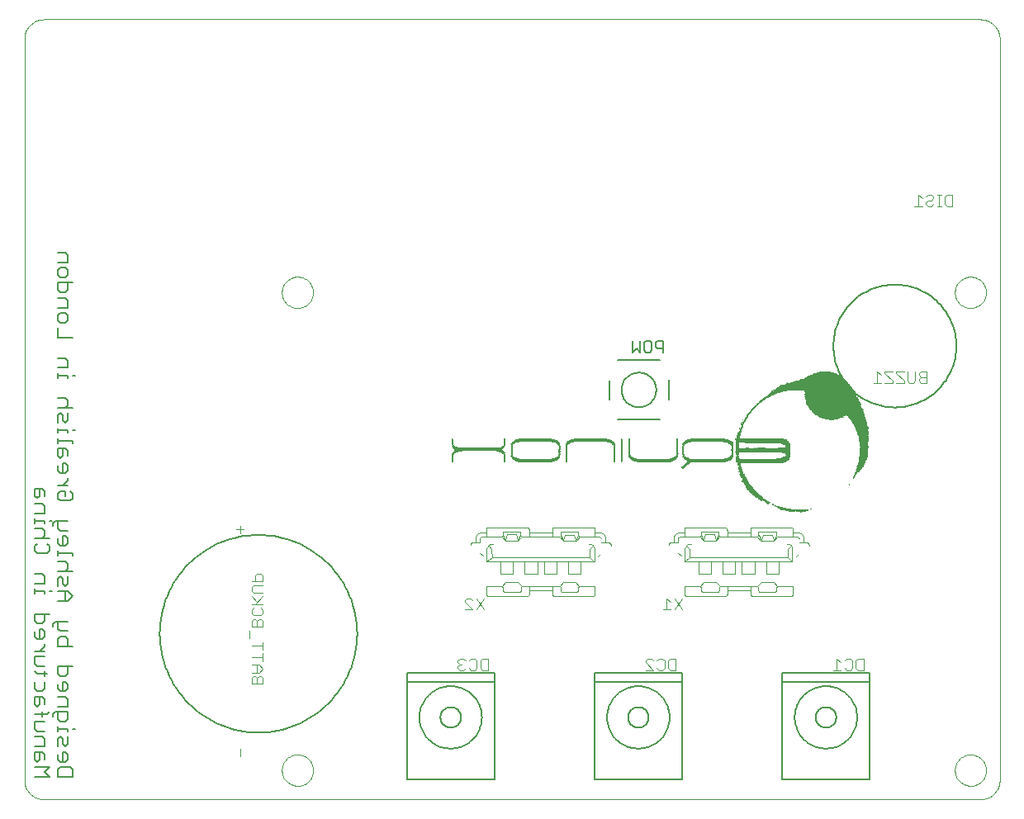
<source format=gbo>
G75*
G70*
%OFA0B0*%
%FSLAX24Y24*%
%IPPOS*%
%LPD*%
%AMOC8*
5,1,8,0,0,1.08239X$1,22.5*
%
%ADD10C,0.0000*%
%ADD11C,0.0070*%
%ADD12R,0.0060X0.0010*%
%ADD13R,0.0230X0.0010*%
%ADD14R,0.0270X0.0010*%
%ADD15R,0.0210X0.0010*%
%ADD16R,0.0320X0.0010*%
%ADD17R,0.0250X0.0010*%
%ADD18R,0.0390X0.0010*%
%ADD19R,0.0760X0.0010*%
%ADD20R,0.0890X0.0010*%
%ADD21R,0.0940X0.0010*%
%ADD22R,0.0990X0.0010*%
%ADD23R,0.0490X0.0010*%
%ADD24R,0.0160X0.0010*%
%ADD25R,0.0440X0.0010*%
%ADD26R,0.0080X0.0010*%
%ADD27R,0.0420X0.0010*%
%ADD28R,0.0090X0.0010*%
%ADD29R,0.0380X0.0010*%
%ADD30R,0.0010X0.0010*%
%ADD31R,0.0280X0.0010*%
%ADD32R,0.0200X0.0010*%
%ADD33R,0.0100X0.0010*%
%ADD34R,0.0170X0.0010*%
%ADD35R,0.0120X0.0010*%
%ADD36R,0.0150X0.0010*%
%ADD37R,0.0240X0.0010*%
%ADD38R,0.0140X0.0010*%
%ADD39R,0.0110X0.0010*%
%ADD40R,0.0040X0.0010*%
%ADD41R,0.0180X0.0010*%
%ADD42R,0.0190X0.0010*%
%ADD43R,0.0070X0.0010*%
%ADD44R,0.0260X0.0010*%
%ADD45R,0.0290X0.0010*%
%ADD46R,0.0220X0.0010*%
%ADD47R,0.0020X0.0010*%
%ADD48R,0.0030X0.0010*%
%ADD49R,0.0050X0.0010*%
%ADD50R,0.0130X0.0010*%
%ADD51R,0.1810X0.0010*%
%ADD52R,0.1830X0.0010*%
%ADD53R,0.1870X0.0010*%
%ADD54R,0.1910X0.0010*%
%ADD55R,0.1940X0.0010*%
%ADD56R,0.1270X0.0010*%
%ADD57R,0.1300X0.0010*%
%ADD58R,0.1280X0.0010*%
%ADD59R,0.1970X0.0010*%
%ADD60R,0.1370X0.0010*%
%ADD61R,0.1390X0.0010*%
%ADD62R,0.1550X0.0010*%
%ADD63R,0.2000X0.0010*%
%ADD64R,0.1430X0.0010*%
%ADD65R,0.1460X0.0010*%
%ADD66R,0.1570X0.0010*%
%ADD67R,0.2040X0.0010*%
%ADD68R,0.1510X0.0010*%
%ADD69R,0.1520X0.0010*%
%ADD70R,0.1610X0.0010*%
%ADD71R,0.2070X0.0010*%
%ADD72R,0.1580X0.0010*%
%ADD73R,0.1650X0.0010*%
%ADD74R,0.2090X0.0010*%
%ADD75R,0.1630X0.0010*%
%ADD76R,0.1690X0.0010*%
%ADD77R,0.2100X0.0010*%
%ADD78R,0.1680X0.0010*%
%ADD79R,0.1670X0.0010*%
%ADD80R,0.1720X0.0010*%
%ADD81R,0.2110X0.0010*%
%ADD82R,0.1770X0.0010*%
%ADD83R,0.2120X0.0010*%
%ADD84R,0.0300X0.0010*%
%ADD85R,0.1760X0.0010*%
%ADD86R,0.1750X0.0010*%
%ADD87R,0.1780X0.0010*%
%ADD88R,0.1800X0.0010*%
%ADD89R,0.1860X0.0010*%
%ADD90R,0.2130X0.0010*%
%ADD91R,0.0310X0.0010*%
%ADD92R,0.0330X0.0010*%
%ADD93R,0.0350X0.0010*%
%ADD94R,0.0360X0.0010*%
%ADD95R,0.0550X0.0010*%
%ADD96R,0.1960X0.0010*%
%ADD97R,0.0520X0.0010*%
%ADD98R,0.0410X0.0010*%
%ADD99R,0.2210X0.0010*%
%ADD100R,0.1930X0.0010*%
%ADD101R,0.2200X0.0010*%
%ADD102R,0.2190X0.0010*%
%ADD103R,0.1900X0.0010*%
%ADD104R,0.2180X0.0010*%
%ADD105R,0.1920X0.0010*%
%ADD106R,0.1950X0.0010*%
%ADD107R,0.0340X0.0010*%
%ADD108R,0.1980X0.0010*%
%ADD109R,0.1990X0.0010*%
%ADD110R,0.2010X0.0010*%
%ADD111R,0.2020X0.0010*%
%ADD112R,0.0460X0.0010*%
%ADD113R,0.1820X0.0010*%
%ADD114R,0.1410X0.0010*%
%ADD115R,0.0370X0.0010*%
%ADD116R,0.0930X0.0010*%
%ADD117R,0.1060X0.0010*%
%ADD118R,0.1790X0.0010*%
%ADD119R,0.1740X0.0010*%
%ADD120R,0.1700X0.0010*%
%ADD121R,0.2080X0.0010*%
%ADD122R,0.1640X0.0010*%
%ADD123R,0.2060X0.0010*%
%ADD124R,0.1590X0.0010*%
%ADD125R,0.1490X0.0010*%
%ADD126R,0.1560X0.0010*%
%ADD127R,0.1400X0.0010*%
%ADD128R,0.1480X0.0010*%
%ADD129R,0.1350X0.0010*%
%ADD130R,0.1330X0.0010*%
%ADD131R,0.0400X0.0010*%
%ADD132R,0.0430X0.0010*%
%ADD133R,0.0450X0.0010*%
%ADD134R,0.0470X0.0010*%
%ADD135R,0.0480X0.0010*%
%ADD136R,0.0500X0.0010*%
%ADD137R,0.0510X0.0010*%
%ADD138R,0.0530X0.0010*%
%ADD139R,0.0540X0.0010*%
%ADD140R,0.0560X0.0010*%
%ADD141R,0.0570X0.0010*%
%ADD142R,0.0580X0.0010*%
%ADD143R,0.0590X0.0010*%
%ADD144R,0.0600X0.0010*%
%ADD145R,0.0620X0.0010*%
%ADD146R,0.0630X0.0010*%
%ADD147R,0.0700X0.0010*%
%ADD148R,0.0640X0.0010*%
%ADD149R,0.0750X0.0010*%
%ADD150R,0.0650X0.0010*%
%ADD151R,0.0810X0.0010*%
%ADD152R,0.0850X0.0010*%
%ADD153R,0.0660X0.0010*%
%ADD154R,0.0910X0.0010*%
%ADD155R,0.0670X0.0010*%
%ADD156R,0.1010X0.0010*%
%ADD157R,0.1030X0.0010*%
%ADD158R,0.0680X0.0010*%
%ADD159R,0.1040X0.0010*%
%ADD160R,0.0690X0.0010*%
%ADD161R,0.1050X0.0010*%
%ADD162R,0.0710X0.0010*%
%ADD163R,0.1150X0.0010*%
%ADD164R,0.1180X0.0010*%
%ADD165R,0.0720X0.0010*%
%ADD166R,0.2030X0.0010*%
%ADD167R,0.2050X0.0010*%
%ADD168R,0.2140X0.0010*%
%ADD169R,0.2150X0.0010*%
%ADD170R,0.2160X0.0010*%
%ADD171R,0.2170X0.0010*%
%ADD172R,0.3130X0.0010*%
%ADD173R,0.3120X0.0010*%
%ADD174R,0.3110X0.0010*%
%ADD175R,0.3100X0.0010*%
%ADD176R,0.3080X0.0010*%
%ADD177R,0.3060X0.0010*%
%ADD178R,0.3030X0.0010*%
%ADD179R,0.3010X0.0010*%
%ADD180R,0.2990X0.0010*%
%ADD181R,0.2970X0.0010*%
%ADD182R,0.2950X0.0010*%
%ADD183R,0.2920X0.0010*%
%ADD184R,0.2910X0.0010*%
%ADD185R,0.2880X0.0010*%
%ADD186R,0.2850X0.0010*%
%ADD187R,0.2830X0.0010*%
%ADD188R,0.2800X0.0010*%
%ADD189R,0.2780X0.0010*%
%ADD190R,0.2740X0.0010*%
%ADD191R,0.2690X0.0010*%
%ADD192R,0.2630X0.0010*%
%ADD193R,0.2570X0.0010*%
%ADD194R,0.2540X0.0010*%
%ADD195R,0.2520X0.0010*%
%ADD196R,0.2500X0.0010*%
%ADD197R,0.2480X0.0010*%
%ADD198R,0.2360X0.0010*%
%ADD199R,0.2350X0.0010*%
%ADD200R,0.2310X0.0010*%
%ADD201R,0.2290X0.0010*%
%ADD202R,0.2260X0.0010*%
%ADD203R,0.2220X0.0010*%
%ADD204R,0.1530X0.0010*%
%ADD205R,0.1320X0.0010*%
%ADD206R,0.1230X0.0010*%
%ADD207R,0.1190X0.0010*%
%ADD208R,0.1160X0.0010*%
%ADD209R,0.1100X0.0010*%
%ADD210R,0.1070X0.0010*%
%ADD211R,0.1000X0.0010*%
%ADD212R,0.0960X0.0010*%
%ADD213R,0.0920X0.0010*%
%ADD214R,0.0800X0.0010*%
%ADD215C,0.0040*%
%ADD216C,0.0050*%
%ADD217C,0.0080*%
D10*
X000947Y001087D02*
X038743Y001087D01*
X038743Y001088D02*
X038797Y001090D01*
X038850Y001095D01*
X038903Y001104D01*
X038955Y001117D01*
X039007Y001133D01*
X039057Y001153D01*
X039105Y001176D01*
X039152Y001203D01*
X039197Y001232D01*
X039240Y001265D01*
X039280Y001300D01*
X039318Y001338D01*
X039353Y001378D01*
X039386Y001421D01*
X039415Y001466D01*
X039442Y001513D01*
X039465Y001561D01*
X039485Y001611D01*
X039501Y001663D01*
X039514Y001715D01*
X039523Y001768D01*
X039528Y001821D01*
X039530Y001875D01*
X039530Y031796D01*
X039528Y031850D01*
X039523Y031903D01*
X039514Y031956D01*
X039501Y032008D01*
X039485Y032060D01*
X039465Y032110D01*
X039442Y032158D01*
X039415Y032205D01*
X039386Y032250D01*
X039353Y032293D01*
X039318Y032333D01*
X039280Y032371D01*
X039240Y032406D01*
X039197Y032439D01*
X039152Y032468D01*
X039105Y032495D01*
X039057Y032518D01*
X039007Y032538D01*
X038955Y032554D01*
X038903Y032567D01*
X038850Y032576D01*
X038797Y032581D01*
X038743Y032583D01*
X000947Y032583D01*
X000893Y032581D01*
X000840Y032576D01*
X000787Y032567D01*
X000735Y032554D01*
X000683Y032538D01*
X000633Y032518D01*
X000585Y032495D01*
X000538Y032468D01*
X000493Y032439D01*
X000450Y032406D01*
X000410Y032371D01*
X000372Y032333D01*
X000337Y032293D01*
X000304Y032250D01*
X000275Y032205D01*
X000248Y032158D01*
X000225Y032110D01*
X000205Y032060D01*
X000189Y032008D01*
X000176Y031956D01*
X000167Y031903D01*
X000162Y031850D01*
X000160Y031796D01*
X000160Y001875D01*
X000162Y001821D01*
X000167Y001768D01*
X000176Y001715D01*
X000189Y001663D01*
X000205Y001611D01*
X000225Y001561D01*
X000248Y001513D01*
X000275Y001466D01*
X000304Y001421D01*
X000337Y001378D01*
X000372Y001338D01*
X000410Y001300D01*
X000450Y001265D01*
X000493Y001232D01*
X000538Y001203D01*
X000585Y001176D01*
X000633Y001153D01*
X000683Y001133D01*
X000735Y001117D01*
X000787Y001104D01*
X000840Y001095D01*
X000893Y001090D01*
X000947Y001088D01*
X010554Y002269D02*
X010556Y002319D01*
X010562Y002369D01*
X010572Y002418D01*
X010586Y002466D01*
X010603Y002513D01*
X010624Y002558D01*
X010649Y002602D01*
X010677Y002643D01*
X010709Y002682D01*
X010743Y002719D01*
X010780Y002753D01*
X010820Y002783D01*
X010862Y002810D01*
X010906Y002834D01*
X010952Y002855D01*
X010999Y002871D01*
X011047Y002884D01*
X011097Y002893D01*
X011146Y002898D01*
X011197Y002899D01*
X011247Y002896D01*
X011296Y002889D01*
X011345Y002878D01*
X011393Y002863D01*
X011439Y002845D01*
X011484Y002823D01*
X011527Y002797D01*
X011568Y002768D01*
X011607Y002736D01*
X011643Y002701D01*
X011675Y002663D01*
X011705Y002623D01*
X011732Y002580D01*
X011755Y002536D01*
X011774Y002490D01*
X011790Y002442D01*
X011802Y002393D01*
X011810Y002344D01*
X011814Y002294D01*
X011814Y002244D01*
X011810Y002194D01*
X011802Y002145D01*
X011790Y002096D01*
X011774Y002048D01*
X011755Y002002D01*
X011732Y001958D01*
X011705Y001915D01*
X011675Y001875D01*
X011643Y001837D01*
X011607Y001802D01*
X011568Y001770D01*
X011527Y001741D01*
X011484Y001715D01*
X011439Y001693D01*
X011393Y001675D01*
X011345Y001660D01*
X011296Y001649D01*
X011247Y001642D01*
X011197Y001639D01*
X011146Y001640D01*
X011097Y001645D01*
X011047Y001654D01*
X010999Y001667D01*
X010952Y001683D01*
X010906Y001704D01*
X010862Y001728D01*
X010820Y001755D01*
X010780Y001785D01*
X010743Y001819D01*
X010709Y001856D01*
X010677Y001895D01*
X010649Y001936D01*
X010624Y001980D01*
X010603Y002025D01*
X010586Y002072D01*
X010572Y002120D01*
X010562Y002169D01*
X010556Y002219D01*
X010554Y002269D01*
X010554Y021560D02*
X010556Y021610D01*
X010562Y021660D01*
X010572Y021709D01*
X010586Y021757D01*
X010603Y021804D01*
X010624Y021849D01*
X010649Y021893D01*
X010677Y021934D01*
X010709Y021973D01*
X010743Y022010D01*
X010780Y022044D01*
X010820Y022074D01*
X010862Y022101D01*
X010906Y022125D01*
X010952Y022146D01*
X010999Y022162D01*
X011047Y022175D01*
X011097Y022184D01*
X011146Y022189D01*
X011197Y022190D01*
X011247Y022187D01*
X011296Y022180D01*
X011345Y022169D01*
X011393Y022154D01*
X011439Y022136D01*
X011484Y022114D01*
X011527Y022088D01*
X011568Y022059D01*
X011607Y022027D01*
X011643Y021992D01*
X011675Y021954D01*
X011705Y021914D01*
X011732Y021871D01*
X011755Y021827D01*
X011774Y021781D01*
X011790Y021733D01*
X011802Y021684D01*
X011810Y021635D01*
X011814Y021585D01*
X011814Y021535D01*
X011810Y021485D01*
X011802Y021436D01*
X011790Y021387D01*
X011774Y021339D01*
X011755Y021293D01*
X011732Y021249D01*
X011705Y021206D01*
X011675Y021166D01*
X011643Y021128D01*
X011607Y021093D01*
X011568Y021061D01*
X011527Y021032D01*
X011484Y021006D01*
X011439Y020984D01*
X011393Y020966D01*
X011345Y020951D01*
X011296Y020940D01*
X011247Y020933D01*
X011197Y020930D01*
X011146Y020931D01*
X011097Y020936D01*
X011047Y020945D01*
X010999Y020958D01*
X010952Y020974D01*
X010906Y020995D01*
X010862Y021019D01*
X010820Y021046D01*
X010780Y021076D01*
X010743Y021110D01*
X010709Y021147D01*
X010677Y021186D01*
X010649Y021227D01*
X010624Y021271D01*
X010603Y021316D01*
X010586Y021363D01*
X010572Y021411D01*
X010562Y021460D01*
X010556Y021510D01*
X010554Y021560D01*
X037719Y021560D02*
X037721Y021610D01*
X037727Y021660D01*
X037737Y021709D01*
X037751Y021757D01*
X037768Y021804D01*
X037789Y021849D01*
X037814Y021893D01*
X037842Y021934D01*
X037874Y021973D01*
X037908Y022010D01*
X037945Y022044D01*
X037985Y022074D01*
X038027Y022101D01*
X038071Y022125D01*
X038117Y022146D01*
X038164Y022162D01*
X038212Y022175D01*
X038262Y022184D01*
X038311Y022189D01*
X038362Y022190D01*
X038412Y022187D01*
X038461Y022180D01*
X038510Y022169D01*
X038558Y022154D01*
X038604Y022136D01*
X038649Y022114D01*
X038692Y022088D01*
X038733Y022059D01*
X038772Y022027D01*
X038808Y021992D01*
X038840Y021954D01*
X038870Y021914D01*
X038897Y021871D01*
X038920Y021827D01*
X038939Y021781D01*
X038955Y021733D01*
X038967Y021684D01*
X038975Y021635D01*
X038979Y021585D01*
X038979Y021535D01*
X038975Y021485D01*
X038967Y021436D01*
X038955Y021387D01*
X038939Y021339D01*
X038920Y021293D01*
X038897Y021249D01*
X038870Y021206D01*
X038840Y021166D01*
X038808Y021128D01*
X038772Y021093D01*
X038733Y021061D01*
X038692Y021032D01*
X038649Y021006D01*
X038604Y020984D01*
X038558Y020966D01*
X038510Y020951D01*
X038461Y020940D01*
X038412Y020933D01*
X038362Y020930D01*
X038311Y020931D01*
X038262Y020936D01*
X038212Y020945D01*
X038164Y020958D01*
X038117Y020974D01*
X038071Y020995D01*
X038027Y021019D01*
X037985Y021046D01*
X037945Y021076D01*
X037908Y021110D01*
X037874Y021147D01*
X037842Y021186D01*
X037814Y021227D01*
X037789Y021271D01*
X037768Y021316D01*
X037751Y021363D01*
X037737Y021411D01*
X037727Y021460D01*
X037721Y021510D01*
X037719Y021560D01*
X037719Y002269D02*
X037721Y002319D01*
X037727Y002369D01*
X037737Y002418D01*
X037751Y002466D01*
X037768Y002513D01*
X037789Y002558D01*
X037814Y002602D01*
X037842Y002643D01*
X037874Y002682D01*
X037908Y002719D01*
X037945Y002753D01*
X037985Y002783D01*
X038027Y002810D01*
X038071Y002834D01*
X038117Y002855D01*
X038164Y002871D01*
X038212Y002884D01*
X038262Y002893D01*
X038311Y002898D01*
X038362Y002899D01*
X038412Y002896D01*
X038461Y002889D01*
X038510Y002878D01*
X038558Y002863D01*
X038604Y002845D01*
X038649Y002823D01*
X038692Y002797D01*
X038733Y002768D01*
X038772Y002736D01*
X038808Y002701D01*
X038840Y002663D01*
X038870Y002623D01*
X038897Y002580D01*
X038920Y002536D01*
X038939Y002490D01*
X038955Y002442D01*
X038967Y002393D01*
X038975Y002344D01*
X038979Y002294D01*
X038979Y002244D01*
X038975Y002194D01*
X038967Y002145D01*
X038955Y002096D01*
X038939Y002048D01*
X038920Y002002D01*
X038897Y001958D01*
X038870Y001915D01*
X038840Y001875D01*
X038808Y001837D01*
X038772Y001802D01*
X038733Y001770D01*
X038692Y001741D01*
X038649Y001715D01*
X038604Y001693D01*
X038558Y001675D01*
X038510Y001660D01*
X038461Y001649D01*
X038412Y001642D01*
X038362Y001639D01*
X038311Y001640D01*
X038262Y001645D01*
X038212Y001654D01*
X038164Y001667D01*
X038117Y001683D01*
X038071Y001704D01*
X038027Y001728D01*
X037985Y001755D01*
X037945Y001785D01*
X037908Y001819D01*
X037874Y001856D01*
X037842Y001895D01*
X037814Y001936D01*
X037789Y001980D01*
X037768Y002025D01*
X037751Y002072D01*
X037737Y002120D01*
X037727Y002169D01*
X037721Y002219D01*
X037719Y002269D01*
D11*
X002202Y003930D02*
X002103Y003930D01*
X001906Y003930D02*
X001513Y003930D01*
X001513Y004028D02*
X001513Y003831D01*
X001611Y003617D02*
X001710Y003519D01*
X001710Y003322D01*
X001808Y003224D01*
X001906Y003322D01*
X001906Y003617D01*
X001906Y003831D02*
X001906Y003930D01*
X001808Y004237D02*
X001611Y004237D01*
X001513Y004335D01*
X001513Y004630D01*
X001414Y004630D02*
X001906Y004630D01*
X001906Y004335D01*
X001808Y004237D01*
X001316Y004433D02*
X001316Y004532D01*
X001414Y004630D01*
X001179Y004636D02*
X001081Y004538D01*
X000589Y004538D01*
X000884Y004636D02*
X000884Y004439D01*
X000982Y004225D02*
X000589Y004225D01*
X000589Y003930D01*
X000687Y003831D01*
X000982Y003831D01*
X000884Y003617D02*
X000589Y003617D01*
X000884Y003617D02*
X000982Y003519D01*
X000982Y003224D01*
X000589Y003224D01*
X000589Y003010D02*
X000589Y002714D01*
X000687Y002616D01*
X000786Y002714D01*
X000786Y003010D01*
X000884Y003010D02*
X000589Y003010D01*
X000884Y003010D02*
X000982Y002911D01*
X000982Y002714D01*
X001179Y002402D02*
X000589Y002402D01*
X000589Y002008D02*
X001179Y002008D01*
X000982Y002205D01*
X001179Y002402D01*
X001513Y002303D02*
X001513Y002008D01*
X002103Y002008D01*
X002103Y002303D01*
X002005Y002402D01*
X001611Y002402D01*
X001513Y002303D01*
X001611Y002616D02*
X001808Y002616D01*
X001906Y002714D01*
X001906Y002911D01*
X001808Y003010D01*
X001710Y003010D01*
X001710Y002616D01*
X001611Y002616D02*
X001513Y002714D01*
X001513Y002911D01*
X001513Y003224D02*
X001513Y003519D01*
X001611Y003617D01*
X001513Y004844D02*
X001906Y004844D01*
X001906Y005140D01*
X001808Y005238D01*
X001513Y005238D01*
X001611Y005452D02*
X001808Y005452D01*
X001906Y005550D01*
X001906Y005747D01*
X001808Y005846D01*
X001710Y005846D01*
X001710Y005452D01*
X001611Y005452D02*
X001513Y005550D01*
X001513Y005747D01*
X001611Y006060D02*
X001808Y006060D01*
X001906Y006158D01*
X001906Y006453D01*
X002103Y006453D02*
X001513Y006453D01*
X001513Y006158D01*
X001611Y006060D01*
X001081Y006158D02*
X000687Y006158D01*
X000589Y006257D01*
X000687Y006465D02*
X000589Y006563D01*
X000589Y006859D01*
X000982Y006859D01*
X000982Y007073D02*
X000589Y007073D01*
X000786Y007073D02*
X000982Y007269D01*
X000982Y007368D01*
X000884Y007579D02*
X000687Y007579D01*
X000589Y007677D01*
X000589Y007874D01*
X000786Y007973D02*
X000786Y007579D01*
X000884Y007579D02*
X000982Y007677D01*
X000982Y007874D01*
X000884Y007973D01*
X000786Y007973D01*
X000687Y008187D02*
X000884Y008187D01*
X000982Y008285D01*
X000982Y008580D01*
X001179Y008580D02*
X000589Y008580D01*
X000589Y008285D01*
X000687Y008187D01*
X001316Y008178D02*
X001316Y008080D01*
X001316Y008178D02*
X001414Y008277D01*
X001906Y008277D01*
X001513Y008277D02*
X001513Y007981D01*
X001611Y007883D01*
X001906Y007883D01*
X001808Y007669D02*
X001611Y007669D01*
X001513Y007570D01*
X001513Y007275D01*
X002103Y007275D01*
X001906Y007275D02*
X001906Y007570D01*
X001808Y007669D01*
X000982Y006465D02*
X000687Y006465D01*
X000982Y006257D02*
X000982Y006060D01*
X000982Y005846D02*
X000982Y005550D01*
X000884Y005452D01*
X000687Y005452D01*
X000589Y005550D01*
X000589Y005846D01*
X000589Y005238D02*
X000589Y004943D01*
X000687Y004844D01*
X000786Y004943D01*
X000786Y005238D01*
X000884Y005238D02*
X000589Y005238D01*
X000884Y005238D02*
X000982Y005140D01*
X000982Y004943D01*
X001513Y009098D02*
X001906Y009098D01*
X002103Y009295D01*
X001906Y009492D01*
X001513Y009492D01*
X001513Y009706D02*
X001513Y010001D01*
X001611Y010100D01*
X001710Y010001D01*
X001710Y009804D01*
X001808Y009706D01*
X001906Y009804D01*
X001906Y010100D01*
X001808Y010314D02*
X001906Y010412D01*
X001906Y010609D01*
X001808Y010707D01*
X001513Y010707D01*
X001513Y010921D02*
X001513Y011118D01*
X001513Y011020D02*
X002103Y011020D01*
X002103Y010921D01*
X001808Y011327D02*
X001906Y011425D01*
X001906Y011622D01*
X001808Y011720D01*
X001710Y011720D01*
X001710Y011327D01*
X001808Y011327D02*
X001611Y011327D01*
X001513Y011425D01*
X001513Y011622D01*
X001611Y011934D02*
X001513Y012033D01*
X001513Y012328D01*
X001414Y012328D02*
X001316Y012230D01*
X001316Y012131D01*
X001278Y012337D02*
X001179Y012337D01*
X000982Y012337D02*
X000589Y012337D01*
X000589Y012435D02*
X000589Y012238D01*
X000589Y012024D02*
X000884Y012024D01*
X000982Y011926D01*
X000982Y011729D01*
X000884Y011630D01*
X001081Y011416D02*
X001179Y011318D01*
X001179Y011121D01*
X001081Y011023D01*
X000687Y011023D01*
X000589Y011121D01*
X000589Y011318D01*
X000687Y011416D01*
X000589Y011630D02*
X001179Y011630D01*
X001611Y011934D02*
X001906Y011934D01*
X001906Y012328D02*
X001414Y012328D01*
X000982Y012337D02*
X000982Y012238D01*
X000982Y012643D02*
X000589Y012643D01*
X000982Y012643D02*
X000982Y012939D01*
X000884Y013037D01*
X000589Y013037D01*
X000687Y013251D02*
X000786Y013349D01*
X000786Y013645D01*
X000884Y013645D02*
X000589Y013645D01*
X000589Y013349D01*
X000687Y013251D01*
X000982Y013349D02*
X000982Y013546D01*
X000884Y013645D01*
X001513Y013757D02*
X001906Y013757D01*
X001710Y013757D02*
X001906Y013954D01*
X001906Y014053D01*
X001808Y014264D02*
X001611Y014264D01*
X001513Y014362D01*
X001513Y014559D01*
X001710Y014658D02*
X001710Y014264D01*
X001808Y014264D02*
X001906Y014362D01*
X001906Y014559D01*
X001808Y014658D01*
X001710Y014658D01*
X001611Y014872D02*
X001710Y014970D01*
X001710Y015265D01*
X001808Y015265D02*
X001513Y015265D01*
X001513Y014970D01*
X001611Y014872D01*
X001906Y014970D02*
X001906Y015167D01*
X001808Y015265D01*
X002103Y015479D02*
X002103Y015578D01*
X001513Y015578D01*
X001513Y015676D02*
X001513Y015479D01*
X001513Y015884D02*
X001513Y016081D01*
X001513Y015983D02*
X001906Y015983D01*
X001906Y015884D01*
X002103Y015983D02*
X002202Y015983D01*
X001808Y016290D02*
X001906Y016388D01*
X001906Y016683D01*
X001710Y016585D02*
X001710Y016388D01*
X001808Y016290D01*
X001513Y016290D02*
X001513Y016585D01*
X001611Y016683D01*
X001710Y016585D01*
X001808Y016897D02*
X001906Y016996D01*
X001906Y017193D01*
X001808Y017291D01*
X001513Y017291D01*
X001513Y016897D02*
X002103Y016897D01*
X001906Y018113D02*
X001906Y018211D01*
X001513Y018211D01*
X001513Y018113D02*
X001513Y018310D01*
X001513Y018518D02*
X001906Y018518D01*
X001906Y018813D01*
X001808Y018912D01*
X001513Y018912D01*
X001513Y019733D02*
X001513Y020127D01*
X001611Y020341D02*
X001513Y020439D01*
X001513Y020636D01*
X001611Y020735D01*
X001808Y020735D01*
X001906Y020636D01*
X001906Y020439D01*
X001808Y020341D01*
X001611Y020341D01*
X001513Y020949D02*
X001906Y020949D01*
X001906Y021244D01*
X001808Y021342D01*
X001513Y021342D01*
X001611Y021557D02*
X001808Y021557D01*
X001906Y021655D01*
X001906Y021950D01*
X002103Y021950D02*
X001513Y021950D01*
X001513Y021655D01*
X001611Y021557D01*
X001611Y022164D02*
X001513Y022263D01*
X001513Y022459D01*
X001611Y022558D01*
X001808Y022558D01*
X001906Y022459D01*
X001906Y022263D01*
X001808Y022164D01*
X001611Y022164D01*
X001513Y022772D02*
X001906Y022772D01*
X001906Y023067D01*
X001808Y023166D01*
X001513Y023166D01*
X001513Y019733D02*
X002103Y019733D01*
X002103Y018211D02*
X002202Y018211D01*
X002005Y013543D02*
X002103Y013445D01*
X002103Y013248D01*
X002005Y013150D01*
X001611Y013150D01*
X001513Y013248D01*
X001513Y013445D01*
X001611Y013543D01*
X001808Y013543D01*
X001808Y013347D01*
X002103Y010314D02*
X001513Y010314D01*
X000982Y010103D02*
X000884Y010201D01*
X000589Y010201D01*
X000589Y009807D02*
X000982Y009807D01*
X000982Y010103D01*
X000982Y009501D02*
X000589Y009501D01*
X000589Y009599D02*
X000589Y009402D01*
X000982Y009402D02*
X000982Y009501D01*
X001179Y009501D02*
X001278Y009501D01*
X001808Y009492D02*
X001808Y009098D01*
D12*
X017447Y014734D03*
X017447Y014744D03*
X017447Y014754D03*
X017447Y014764D03*
X017447Y014774D03*
X017447Y014784D03*
X017447Y014814D03*
X017447Y014824D03*
X017447Y014834D03*
X017447Y014844D03*
X017447Y014854D03*
X017447Y014864D03*
X017447Y014874D03*
X017447Y014884D03*
X017447Y014894D03*
X017447Y014904D03*
X017447Y014924D03*
X017447Y014934D03*
X017447Y014944D03*
X017457Y014964D03*
X017457Y014974D03*
X017457Y014984D03*
X017457Y015384D03*
X017447Y015414D03*
X017447Y015424D03*
X017447Y015434D03*
X017447Y015444D03*
X017447Y015454D03*
X017447Y015464D03*
X017447Y015474D03*
X017447Y015484D03*
X017447Y015494D03*
X017447Y015534D03*
X017447Y015544D03*
X017447Y015554D03*
X017447Y015564D03*
X017447Y015574D03*
X017447Y015584D03*
X017447Y015594D03*
X019547Y015594D03*
X019547Y015584D03*
X019547Y015574D03*
X019547Y015564D03*
X019537Y015384D03*
X019837Y015364D03*
X019837Y015354D03*
X019827Y015294D03*
X019827Y015284D03*
X019827Y015274D03*
X019827Y015264D03*
X019827Y015254D03*
X019827Y015244D03*
X019827Y015234D03*
X019827Y015224D03*
X019827Y015214D03*
X019827Y015204D03*
X019827Y015194D03*
X019827Y015184D03*
X019827Y015174D03*
X019827Y015164D03*
X019827Y015154D03*
X019827Y015144D03*
X019827Y015134D03*
X019827Y015124D03*
X019827Y015114D03*
X019827Y015104D03*
X019827Y015094D03*
X019827Y015084D03*
X019827Y015074D03*
X019827Y015064D03*
X019827Y015054D03*
X019827Y015044D03*
X019837Y015024D03*
X019537Y014974D03*
X019537Y014964D03*
X019537Y014954D03*
X019547Y014884D03*
X019547Y014874D03*
X019547Y014864D03*
X019547Y014854D03*
X021757Y014964D03*
X021757Y014974D03*
X021757Y014984D03*
X021757Y014994D03*
X021757Y015004D03*
X021757Y015054D03*
X021757Y015064D03*
X021757Y015074D03*
X021757Y015084D03*
X021757Y015094D03*
X021757Y015144D03*
X021757Y015154D03*
X021757Y015164D03*
X021757Y015174D03*
X021757Y015184D03*
X021757Y015354D03*
X022037Y015324D03*
X022037Y015314D03*
X022037Y015304D03*
X022037Y015294D03*
X022037Y015284D03*
X022037Y015274D03*
X022037Y015264D03*
X022037Y015254D03*
X022037Y015244D03*
X022037Y015234D03*
X022037Y015224D03*
X022037Y015214D03*
X022037Y015204D03*
X022037Y015194D03*
X022037Y015184D03*
X022037Y015174D03*
X022037Y015164D03*
X022037Y015154D03*
X022037Y015144D03*
X022037Y015134D03*
X022037Y015124D03*
X022037Y015114D03*
X022037Y015104D03*
X022037Y015094D03*
X022037Y015084D03*
X022037Y015074D03*
X022037Y015064D03*
X022037Y015054D03*
X022037Y015044D03*
X022037Y015034D03*
X022037Y015024D03*
X022037Y015014D03*
X022037Y015004D03*
X022037Y014994D03*
X022037Y014984D03*
X022037Y014974D03*
X022037Y014964D03*
X022037Y014954D03*
X022037Y014944D03*
X022037Y014934D03*
X022037Y014924D03*
X022037Y014914D03*
X022037Y014904D03*
X022037Y014894D03*
X022037Y014884D03*
X022037Y014874D03*
X022037Y014864D03*
X022037Y014854D03*
X022037Y014844D03*
X022037Y014834D03*
X022037Y014824D03*
X022037Y014814D03*
X022037Y014804D03*
X022037Y014794D03*
X022037Y014784D03*
X022037Y014774D03*
X022037Y014764D03*
X022037Y014754D03*
X022037Y014744D03*
X022037Y014734D03*
X023977Y014734D03*
X023977Y014724D03*
X023977Y014744D03*
X023977Y014754D03*
X023977Y014764D03*
X023977Y014774D03*
X023977Y014784D03*
X023977Y014794D03*
X023977Y014804D03*
X023977Y014814D03*
X023977Y014824D03*
X023977Y014834D03*
X023977Y014844D03*
X023977Y014854D03*
X023977Y014864D03*
X023977Y014874D03*
X023977Y014884D03*
X023977Y014894D03*
X023977Y014904D03*
X023977Y014914D03*
X023977Y014924D03*
X023977Y014934D03*
X023977Y014944D03*
X023977Y014954D03*
X023977Y014964D03*
X023977Y014974D03*
X023977Y014984D03*
X023977Y014994D03*
X023977Y015004D03*
X023977Y015014D03*
X023977Y015024D03*
X023977Y015034D03*
X023977Y015044D03*
X023977Y015054D03*
X023977Y015064D03*
X023977Y015074D03*
X023977Y015084D03*
X023977Y015094D03*
X023977Y015104D03*
X023977Y015114D03*
X023977Y015124D03*
X023977Y015134D03*
X023977Y015144D03*
X023977Y015154D03*
X023977Y015164D03*
X023977Y015174D03*
X023977Y015234D03*
X023977Y015244D03*
X023977Y015254D03*
X023977Y015264D03*
X023977Y015274D03*
X023977Y015314D03*
X023977Y015324D03*
X023977Y015334D03*
X024277Y015554D03*
X024277Y015564D03*
X024277Y015574D03*
X024277Y015584D03*
X024277Y015594D03*
X024577Y015594D03*
X024577Y015584D03*
X024577Y015574D03*
X024577Y015564D03*
X024577Y015554D03*
X024577Y015544D03*
X024577Y015534D03*
X024577Y015524D03*
X024577Y015514D03*
X024577Y015504D03*
X024577Y015494D03*
X024577Y015484D03*
X024577Y015474D03*
X024577Y015464D03*
X024577Y015454D03*
X024577Y015444D03*
X024577Y015434D03*
X024577Y015424D03*
X024577Y015414D03*
X024577Y015404D03*
X024577Y015394D03*
X024577Y015384D03*
X024577Y015374D03*
X024577Y015364D03*
X024577Y015354D03*
X024577Y015344D03*
X024577Y015334D03*
X024577Y015324D03*
X024577Y015314D03*
X024577Y015304D03*
X024577Y015294D03*
X024577Y015284D03*
X024577Y015274D03*
X024577Y015264D03*
X024577Y015254D03*
X024577Y015244D03*
X024577Y015234D03*
X024577Y015224D03*
X024577Y015214D03*
X024577Y015204D03*
X024577Y015194D03*
X024577Y015184D03*
X024577Y015174D03*
X024577Y015164D03*
X024577Y015154D03*
X024577Y015144D03*
X024577Y015074D03*
X024577Y015064D03*
X024577Y015054D03*
X024577Y015044D03*
X024577Y015034D03*
X024577Y015024D03*
X024577Y015014D03*
X024577Y015004D03*
X024587Y014984D03*
X024587Y014974D03*
X024577Y015604D03*
X026517Y015604D03*
X026517Y015594D03*
X026517Y015584D03*
X026517Y015574D03*
X026517Y015564D03*
X026517Y015554D03*
X026517Y015544D03*
X026517Y015534D03*
X026517Y015524D03*
X026517Y015514D03*
X026517Y015504D03*
X026517Y015494D03*
X026517Y015484D03*
X026517Y015474D03*
X026517Y015464D03*
X026517Y015454D03*
X026517Y015444D03*
X026517Y015434D03*
X026517Y015424D03*
X026517Y015414D03*
X026517Y015404D03*
X026517Y015394D03*
X026517Y015384D03*
X026517Y015374D03*
X026517Y015364D03*
X026517Y015354D03*
X026517Y015344D03*
X026517Y015334D03*
X026517Y015324D03*
X026517Y015314D03*
X026517Y015304D03*
X026517Y015294D03*
X026517Y015284D03*
X026517Y015274D03*
X026517Y015264D03*
X026517Y015254D03*
X026517Y015244D03*
X026517Y015234D03*
X026517Y015224D03*
X026517Y015214D03*
X026517Y015204D03*
X026517Y015194D03*
X026517Y015184D03*
X026517Y015174D03*
X026517Y015164D03*
X026517Y015154D03*
X026517Y015144D03*
X026517Y015134D03*
X026517Y015124D03*
X026517Y015114D03*
X026517Y015104D03*
X026517Y015094D03*
X026517Y015084D03*
X026517Y015074D03*
X026517Y015064D03*
X026517Y015054D03*
X026527Y015034D03*
X026527Y015024D03*
X026517Y015004D03*
X026517Y014994D03*
X026517Y014984D03*
X026757Y015004D03*
X026757Y015014D03*
X026757Y015024D03*
X026757Y015034D03*
X026757Y015044D03*
X026757Y015054D03*
X026757Y015064D03*
X026757Y015074D03*
X026757Y015084D03*
X026757Y015094D03*
X026757Y015104D03*
X026757Y015114D03*
X026757Y015124D03*
X026757Y015134D03*
X026757Y015144D03*
X026757Y015154D03*
X026757Y015164D03*
X026757Y015174D03*
X026757Y015184D03*
X026757Y015194D03*
X026757Y015204D03*
X026757Y015214D03*
X026757Y015284D03*
X026757Y015294D03*
X026757Y015304D03*
X026757Y015314D03*
X026757Y015324D03*
X026757Y015334D03*
X026757Y015344D03*
X026517Y015614D03*
X029127Y016114D03*
X029127Y016124D03*
X029277Y016434D03*
X029277Y016444D03*
X029317Y016484D03*
X029327Y016504D03*
X029327Y016514D03*
X029327Y016524D03*
X029437Y016674D03*
X029447Y016684D03*
X029447Y016694D03*
X029457Y016704D03*
X029467Y016724D03*
X029477Y016734D03*
X029487Y016744D03*
X029497Y016754D03*
X029507Y016774D03*
X029517Y016784D03*
X029527Y016794D03*
X029537Y016804D03*
X029547Y016814D03*
X029557Y016824D03*
X029567Y016834D03*
X029577Y016844D03*
X029577Y016854D03*
X029587Y016864D03*
X029597Y016874D03*
X029667Y016944D03*
X029727Y016984D03*
X029817Y017074D03*
X033277Y016564D03*
X033697Y014184D03*
X033687Y014174D03*
X031507Y012674D03*
X030447Y012944D03*
X030177Y013014D03*
D13*
X029942Y013184D03*
X029912Y013204D03*
X029902Y013214D03*
X029532Y013544D03*
X029402Y013704D03*
X029402Y013714D03*
X029352Y013784D03*
X029342Y013794D03*
X029332Y013804D03*
X029322Y013814D03*
X029312Y013824D03*
X029312Y013834D03*
X029302Y013844D03*
X029302Y013854D03*
X030952Y015054D03*
X030952Y015384D03*
X030342Y017434D03*
X026922Y014824D03*
X031552Y012684D03*
X033882Y014474D03*
X033892Y014494D03*
X021632Y014844D03*
X021622Y015494D03*
X019992Y015504D03*
X019972Y014834D03*
X017632Y015134D03*
D14*
X021582Y015514D03*
X021592Y014824D03*
X023802Y015514D03*
X024752Y014824D03*
X028592Y014834D03*
X029472Y013594D03*
X029592Y013464D03*
X029622Y013434D03*
X029692Y013374D03*
X030922Y014884D03*
X030932Y015404D03*
X030922Y015414D03*
X030372Y017454D03*
X033972Y014694D03*
X033962Y014674D03*
X033952Y014644D03*
X033952Y014634D03*
X033942Y014624D03*
X031532Y012694D03*
D15*
X031122Y012704D03*
X030652Y012864D03*
X030632Y012874D03*
X029972Y013164D03*
X029962Y013174D03*
X029892Y013224D03*
X029882Y013234D03*
X029872Y013254D03*
X029672Y013424D03*
X029382Y013744D03*
X029372Y013754D03*
X029292Y013864D03*
X029242Y013944D03*
X029242Y013954D03*
X030962Y015004D03*
X030962Y015014D03*
X030962Y015034D03*
X030962Y015044D03*
X030962Y015284D03*
X030962Y015294D03*
X030962Y015374D03*
X033872Y014444D03*
X019952Y014844D03*
X019972Y015494D03*
D16*
X026307Y014814D03*
X028567Y014824D03*
X028557Y015514D03*
X029907Y015254D03*
X030907Y015074D03*
X030437Y017484D03*
X034047Y015144D03*
X034047Y015134D03*
X034037Y015064D03*
X034037Y015054D03*
X034037Y015044D03*
X034037Y015034D03*
X034037Y015024D03*
X034027Y014954D03*
X034027Y014944D03*
X034027Y014934D03*
X034027Y014924D03*
X034027Y014914D03*
X034027Y014904D03*
X034017Y014874D03*
X034017Y014864D03*
X034017Y014854D03*
X034017Y014844D03*
X034017Y014834D03*
X034017Y014824D03*
X034007Y014814D03*
X031507Y012704D03*
D17*
X031132Y012714D03*
X029922Y013194D03*
X029792Y013294D03*
X029782Y013314D03*
X029742Y013344D03*
X029682Y013394D03*
X029582Y013484D03*
X029442Y013634D03*
X029432Y013644D03*
X029422Y013664D03*
X029422Y013674D03*
X029412Y013684D03*
X028612Y014844D03*
X028612Y015494D03*
X030942Y015394D03*
X030942Y014894D03*
X033912Y014524D03*
X033922Y014564D03*
X033922Y014574D03*
X033932Y014584D03*
X033932Y014594D03*
X022222Y015514D03*
X021602Y015504D03*
X021612Y014834D03*
X020012Y015514D03*
X017582Y015274D03*
D18*
X031522Y012714D03*
X034042Y015564D03*
X034042Y015574D03*
X034042Y015584D03*
X034042Y015594D03*
X034042Y015604D03*
X034042Y015614D03*
X034042Y015624D03*
X034042Y015634D03*
X034042Y015644D03*
X034042Y015654D03*
X032752Y016424D03*
D19*
X031377Y012724D03*
D20*
X031342Y012734D03*
D21*
X031337Y012744D03*
X032497Y018244D03*
D22*
X031312Y012754D03*
D23*
X030952Y012764D03*
X030822Y015254D03*
X030802Y015464D03*
X030652Y017564D03*
X033982Y015994D03*
D24*
X033817Y014364D03*
X033807Y014344D03*
X033807Y014334D03*
X031737Y012764D03*
X030187Y013044D03*
X030057Y013144D03*
X029237Y014004D03*
X029237Y014014D03*
X029227Y014024D03*
X029217Y014034D03*
X029207Y014044D03*
X029197Y014064D03*
X029187Y014094D03*
X029117Y014224D03*
X029117Y014234D03*
X029107Y014244D03*
X029107Y014254D03*
X029097Y014264D03*
X029097Y014274D03*
X029087Y014294D03*
X029087Y014304D03*
X029087Y014314D03*
X029007Y014644D03*
X028677Y014884D03*
X028667Y014874D03*
X028937Y015074D03*
X027017Y014704D03*
X026427Y014864D03*
X024667Y014864D03*
X022137Y015474D03*
X021667Y015474D03*
X021677Y014864D03*
X019917Y015474D03*
X019907Y015464D03*
X019437Y015274D03*
X019447Y015094D03*
X017567Y015104D03*
X030117Y017304D03*
X030207Y017354D03*
X030227Y017364D03*
X030237Y017374D03*
X030987Y014974D03*
X030987Y014944D03*
D25*
X030917Y012774D03*
X034017Y015824D03*
X034017Y015834D03*
X034017Y015844D03*
X032467Y018324D03*
D26*
X029837Y017094D03*
X029797Y017064D03*
X029787Y017054D03*
X029757Y017024D03*
X029747Y017014D03*
X029407Y016654D03*
X029377Y016604D03*
X029367Y016594D03*
X029357Y016584D03*
X029347Y016574D03*
X029337Y016554D03*
X029237Y016374D03*
X029237Y016364D03*
X029227Y016344D03*
X029217Y016334D03*
X029147Y016184D03*
X029147Y016174D03*
X029137Y016164D03*
X029137Y016154D03*
X029117Y016084D03*
X029107Y016054D03*
X029087Y016034D03*
X029077Y016014D03*
X029077Y016004D03*
X029077Y015994D03*
X028737Y015064D03*
X028737Y015054D03*
X028737Y015044D03*
X028737Y015024D03*
X028737Y015014D03*
X028957Y014964D03*
X028957Y014954D03*
X028957Y014944D03*
X029037Y014534D03*
X026777Y014934D03*
X026767Y014944D03*
X026767Y014954D03*
X026497Y014934D03*
X026737Y014444D03*
X026767Y015384D03*
X026767Y015394D03*
X024597Y014954D03*
X024597Y014944D03*
X023967Y015374D03*
X023967Y015384D03*
X022057Y015384D03*
X022047Y015374D03*
X022047Y015364D03*
X021747Y015384D03*
X021747Y014934D03*
X019847Y014944D03*
X019837Y014954D03*
X019837Y014964D03*
X019837Y014974D03*
X019527Y015004D03*
X019527Y015014D03*
X019527Y015354D03*
X019527Y015364D03*
X019847Y015394D03*
X019847Y015404D03*
X017467Y015354D03*
X017477Y015024D03*
X017467Y015004D03*
X031787Y012774D03*
D27*
X030907Y012784D03*
X034027Y015734D03*
X034027Y015744D03*
X030507Y017524D03*
D28*
X030082Y017274D03*
X029862Y017114D03*
X029852Y017104D03*
X029232Y016354D03*
X029202Y016324D03*
X029192Y016304D03*
X029192Y016294D03*
X029182Y016274D03*
X029182Y016264D03*
X029182Y016254D03*
X029152Y016204D03*
X029152Y016194D03*
X029082Y016024D03*
X029072Y015984D03*
X029072Y015974D03*
X029072Y015964D03*
X029062Y015954D03*
X029062Y015944D03*
X029062Y015934D03*
X029052Y015924D03*
X029042Y015904D03*
X028732Y015354D03*
X028732Y015344D03*
X028732Y015334D03*
X028732Y015324D03*
X028732Y015314D03*
X028732Y015304D03*
X028732Y015294D03*
X028732Y015284D03*
X028732Y015274D03*
X028732Y015264D03*
X028732Y015254D03*
X028732Y015244D03*
X028732Y015234D03*
X028732Y015224D03*
X028732Y015154D03*
X028732Y015144D03*
X028732Y015134D03*
X028732Y015124D03*
X028732Y015114D03*
X028732Y015104D03*
X028732Y015094D03*
X028732Y015084D03*
X028732Y015074D03*
X028742Y015034D03*
X028732Y015004D03*
X028732Y014994D03*
X028732Y014984D03*
X028732Y014974D03*
X028732Y014964D03*
X028952Y014974D03*
X028952Y014984D03*
X028962Y014934D03*
X028962Y014924D03*
X028962Y014914D03*
X028962Y014904D03*
X028962Y014894D03*
X029032Y014554D03*
X029032Y014544D03*
X029042Y014514D03*
X029912Y013144D03*
X030172Y013024D03*
X030662Y012814D03*
X031912Y012784D03*
X033742Y014244D03*
X033752Y014264D03*
X026782Y014924D03*
X026492Y014924D03*
X026022Y014814D03*
X026742Y014454D03*
X026772Y015404D03*
X024602Y014934D03*
X023962Y015394D03*
X022072Y015404D03*
X022062Y015394D03*
X021742Y015394D03*
X021732Y015414D03*
X021742Y014924D03*
X019852Y014934D03*
X019522Y015024D03*
X019512Y015034D03*
X019512Y015334D03*
X019522Y015344D03*
X019852Y015414D03*
X017472Y015344D03*
X017482Y015034D03*
X017472Y015014D03*
D29*
X030487Y017514D03*
X034047Y015554D03*
X034047Y015544D03*
X034047Y015534D03*
X030877Y012794D03*
D30*
X030512Y012924D03*
X030362Y012994D03*
X031932Y012794D03*
X033472Y013784D03*
X033632Y014044D03*
X029712Y015254D03*
X029642Y015254D03*
X029032Y016044D03*
X029182Y016404D03*
X031352Y017964D03*
X032512Y018344D03*
X019542Y015634D03*
X017452Y014704D03*
D31*
X019337Y015144D03*
X019377Y015264D03*
X029477Y013584D03*
X029477Y013574D03*
X029487Y013564D03*
X029497Y013554D03*
X029597Y013454D03*
X029607Y013444D03*
X029697Y013364D03*
X030807Y012804D03*
X030917Y014874D03*
X030917Y015424D03*
X030387Y017464D03*
X033987Y014744D03*
X033987Y014734D03*
X033977Y014724D03*
X033977Y014714D03*
X033977Y014704D03*
X033967Y014684D03*
X033957Y014664D03*
X033957Y014654D03*
D32*
X033867Y014434D03*
X030967Y014914D03*
X030967Y014984D03*
X030967Y014994D03*
X030967Y015024D03*
X030967Y015304D03*
X030967Y015354D03*
X030967Y015364D03*
X029137Y014164D03*
X029287Y013874D03*
X029877Y013244D03*
X030667Y012854D03*
X030827Y012814D03*
X028657Y015474D03*
X026897Y014834D03*
X026387Y014844D03*
X024707Y014844D03*
X023857Y015494D03*
X019397Y015124D03*
D33*
X019507Y015044D03*
X019507Y015324D03*
X019857Y015424D03*
X019857Y014924D03*
X021727Y014904D03*
X021737Y014914D03*
X021737Y015404D03*
X021727Y015424D03*
X022077Y015414D03*
X022087Y015424D03*
X023947Y015414D03*
X023957Y015404D03*
X024607Y014924D03*
X026477Y014904D03*
X026487Y014914D03*
X026787Y014914D03*
X026797Y014904D03*
X026747Y014464D03*
X026777Y015414D03*
X026787Y015424D03*
X028727Y015374D03*
X028727Y015364D03*
X028737Y015214D03*
X028737Y015204D03*
X028737Y015194D03*
X028737Y015184D03*
X028737Y015174D03*
X028737Y015164D03*
X028727Y014954D03*
X028727Y014944D03*
X028947Y014994D03*
X028957Y014884D03*
X028957Y014874D03*
X029027Y014564D03*
X029037Y014504D03*
X028947Y015294D03*
X028947Y015304D03*
X028947Y015314D03*
X028947Y015324D03*
X028947Y015334D03*
X028957Y015464D03*
X028957Y015474D03*
X029037Y015894D03*
X029047Y015914D03*
X029147Y016214D03*
X029187Y016284D03*
X029197Y016314D03*
X029877Y017124D03*
X029887Y017134D03*
X029907Y017144D03*
X029917Y017154D03*
X029927Y017164D03*
X029937Y017174D03*
X029947Y017184D03*
X033757Y014274D03*
X033767Y014284D03*
X033747Y014254D03*
X030657Y012824D03*
X030547Y012914D03*
X017497Y015054D03*
X017487Y015044D03*
X017477Y015334D03*
D34*
X017582Y015114D03*
X019432Y015104D03*
X023872Y015484D03*
X026842Y015474D03*
X026862Y014854D03*
X028692Y015444D03*
X028972Y014814D03*
X029092Y014284D03*
X029122Y014214D03*
X029122Y014204D03*
X029172Y014114D03*
X029182Y014104D03*
X029192Y014084D03*
X029192Y014074D03*
X029202Y014054D03*
X030162Y013074D03*
X030822Y012824D03*
X033812Y014354D03*
X033822Y014374D03*
X033832Y014394D03*
X030192Y017344D03*
D35*
X030057Y017264D03*
X029997Y017224D03*
X029987Y017214D03*
X029977Y017204D03*
X029157Y016244D03*
X029017Y015854D03*
X029017Y015844D03*
X028977Y015684D03*
X028977Y015674D03*
X028977Y015664D03*
X028957Y015484D03*
X028947Y015444D03*
X028937Y015394D03*
X028937Y015384D03*
X028947Y015264D03*
X028947Y015254D03*
X028937Y015004D03*
X028957Y014864D03*
X029037Y014494D03*
X029057Y014424D03*
X029057Y014414D03*
X029067Y014394D03*
X029067Y014384D03*
X029357Y015254D03*
X028717Y015394D03*
X026817Y014884D03*
X026467Y014894D03*
X026767Y014494D03*
X026757Y014484D03*
X024627Y014894D03*
X023917Y015454D03*
X022097Y015444D03*
X021707Y015444D03*
X021707Y014894D03*
X019877Y015444D03*
X019477Y015294D03*
X019477Y015074D03*
X017527Y015084D03*
X017517Y015074D03*
X017497Y015314D03*
X030567Y012894D03*
X030647Y012834D03*
X033777Y014294D03*
D36*
X033802Y014324D03*
X030992Y014954D03*
X030062Y013134D03*
X030072Y013124D03*
X030102Y013114D03*
X030142Y013084D03*
X030812Y012834D03*
X029082Y014324D03*
X029082Y014334D03*
X029082Y014344D03*
X029042Y014464D03*
X029002Y014614D03*
X029002Y014624D03*
X029002Y014634D03*
X028962Y014824D03*
X028932Y015054D03*
X028932Y015064D03*
X028962Y015244D03*
X028702Y015434D03*
X028702Y014904D03*
X028692Y014894D03*
X026992Y014694D03*
X026982Y014684D03*
X026972Y014674D03*
X026962Y014664D03*
X026872Y014594D03*
X026862Y014584D03*
X026852Y014574D03*
X026842Y014564D03*
X026832Y014554D03*
X026842Y014864D03*
X026442Y014874D03*
X026822Y015454D03*
X026832Y015464D03*
X023892Y015474D03*
X022122Y015464D03*
X021682Y015464D03*
X019912Y014864D03*
X019032Y015264D03*
X017522Y015294D03*
D37*
X019367Y015134D03*
X022207Y015504D03*
X023827Y015504D03*
X024727Y014834D03*
X026907Y015504D03*
X028627Y015484D03*
X029247Y013924D03*
X029247Y013914D03*
X029247Y013904D03*
X029407Y013694D03*
X029537Y013534D03*
X029547Y013524D03*
X029547Y013514D03*
X029557Y013504D03*
X029567Y013494D03*
X029677Y013404D03*
X029757Y013334D03*
X029767Y013324D03*
X029987Y013154D03*
X030697Y012844D03*
X033887Y014484D03*
X033897Y014504D03*
X033907Y014514D03*
X033917Y014534D03*
X033917Y014544D03*
X033917Y014554D03*
X030357Y017444D03*
D38*
X030177Y017334D03*
X030167Y017324D03*
X030037Y017254D03*
X028997Y015774D03*
X028987Y015754D03*
X028977Y015744D03*
X028977Y015734D03*
X028977Y015724D03*
X028977Y015714D03*
X028977Y015644D03*
X028707Y015424D03*
X028707Y015414D03*
X028927Y015044D03*
X028927Y015034D03*
X028957Y014834D03*
X029007Y014604D03*
X029007Y014594D03*
X029037Y014484D03*
X029037Y014474D03*
X029047Y014454D03*
X029047Y014444D03*
X029077Y014354D03*
X030127Y013104D03*
X030137Y013094D03*
X030577Y012884D03*
X030997Y014964D03*
X033787Y014304D03*
X033797Y014314D03*
X026947Y014654D03*
X026937Y014644D03*
X026927Y014634D03*
X026917Y014624D03*
X026897Y014614D03*
X026887Y014604D03*
X026817Y014544D03*
X026807Y014534D03*
X026797Y014524D03*
X026787Y014514D03*
X026777Y014504D03*
X026827Y014874D03*
X024647Y014874D03*
X021697Y014884D03*
X021687Y014874D03*
X021697Y015454D03*
X019897Y015454D03*
X019467Y015084D03*
X017547Y015094D03*
X017507Y015304D03*
D39*
X017492Y015324D03*
X017502Y015064D03*
X019492Y015064D03*
X019502Y015054D03*
X019482Y015304D03*
X019492Y015314D03*
X019872Y015434D03*
X019862Y014914D03*
X019872Y014904D03*
X019882Y014894D03*
X021722Y015434D03*
X022092Y015434D03*
X023932Y015444D03*
X023942Y015434D03*
X023942Y015424D03*
X024612Y014914D03*
X024622Y014904D03*
X026752Y014474D03*
X026802Y014894D03*
X026792Y015434D03*
X028722Y015384D03*
X028942Y015374D03*
X028942Y015364D03*
X028942Y015354D03*
X028942Y015344D03*
X028942Y015284D03*
X028942Y015274D03*
X028942Y015404D03*
X028942Y015414D03*
X028942Y015424D03*
X028942Y015434D03*
X028952Y015454D03*
X029022Y015864D03*
X029022Y015874D03*
X029032Y015884D03*
X029152Y016224D03*
X029152Y016234D03*
X029962Y017194D03*
X030092Y017284D03*
X032412Y018344D03*
X028722Y014934D03*
X029022Y014574D03*
X029062Y014404D03*
X030172Y013034D03*
X030562Y012904D03*
D40*
X030467Y012934D03*
X030367Y012974D03*
X030367Y012984D03*
X029917Y013124D03*
X030807Y015054D03*
X029297Y016464D03*
X029307Y016474D03*
X029617Y016894D03*
X029637Y016904D03*
X029647Y016914D03*
X030357Y017554D03*
X030417Y017594D03*
X026517Y015624D03*
X024577Y015624D03*
X023977Y014714D03*
X022037Y014714D03*
X019547Y014714D03*
X019547Y014724D03*
X019547Y015614D03*
X019547Y015624D03*
X017447Y014714D03*
X033637Y014084D03*
X033637Y014074D03*
X033667Y014124D03*
X033677Y014144D03*
X033677Y014154D03*
X033707Y014204D03*
D41*
X033827Y014384D03*
X033837Y014404D03*
X033847Y014414D03*
X030977Y014934D03*
X029237Y013994D03*
X029237Y013984D03*
X029157Y014124D03*
X029127Y014194D03*
X028947Y015084D03*
X028687Y015454D03*
X026407Y014854D03*
X024687Y014854D03*
X022157Y015484D03*
X019937Y015484D03*
X019417Y015114D03*
X019937Y014854D03*
X017537Y015284D03*
X030187Y013054D03*
X030267Y017384D03*
X030287Y017394D03*
X030297Y017404D03*
D42*
X030312Y017414D03*
X028672Y015464D03*
X028652Y014864D03*
X029132Y014184D03*
X029132Y014174D03*
X029142Y014154D03*
X029142Y014144D03*
X029152Y014134D03*
X029242Y013974D03*
X029242Y013964D03*
X029282Y013894D03*
X029282Y013884D03*
X030172Y013064D03*
X030972Y014924D03*
X030972Y015314D03*
X030972Y015324D03*
X030972Y015334D03*
X030972Y015344D03*
X033852Y014424D03*
X026882Y014844D03*
X026862Y015484D03*
X021652Y015484D03*
X021662Y014854D03*
X017602Y015124D03*
D43*
X017462Y014994D03*
X017462Y015364D03*
X017462Y015374D03*
X017452Y015394D03*
X017452Y015404D03*
X019532Y015374D03*
X019832Y015344D03*
X019832Y015334D03*
X019832Y015324D03*
X019832Y015314D03*
X019832Y015304D03*
X019842Y015374D03*
X019842Y015384D03*
X019832Y015014D03*
X019832Y015004D03*
X019832Y014994D03*
X019832Y014984D03*
X019532Y014984D03*
X019532Y014994D03*
X021752Y014954D03*
X021752Y014944D03*
X021762Y015014D03*
X021762Y015024D03*
X021762Y015034D03*
X021762Y015044D03*
X021762Y015104D03*
X021762Y015114D03*
X021762Y015124D03*
X021762Y015134D03*
X021762Y015194D03*
X021762Y015204D03*
X021762Y015214D03*
X021762Y015224D03*
X021762Y015234D03*
X021762Y015244D03*
X021762Y015254D03*
X021762Y015264D03*
X021762Y015274D03*
X021762Y015284D03*
X021762Y015294D03*
X021762Y015304D03*
X021762Y015314D03*
X021762Y015324D03*
X021762Y015334D03*
X021762Y015344D03*
X021752Y015364D03*
X021752Y015374D03*
X022042Y015354D03*
X022042Y015344D03*
X022042Y015334D03*
X023972Y015344D03*
X023972Y015354D03*
X023972Y015364D03*
X024582Y014994D03*
X024592Y014964D03*
X026502Y014954D03*
X026502Y014944D03*
X026512Y014964D03*
X026512Y014974D03*
X026522Y015014D03*
X026762Y014994D03*
X026762Y014984D03*
X026762Y014974D03*
X026762Y014964D03*
X026732Y014434D03*
X026762Y015354D03*
X026762Y015364D03*
X026762Y015374D03*
X029042Y014524D03*
X029912Y013134D03*
X029102Y016044D03*
X029112Y016064D03*
X029112Y016074D03*
X029122Y016094D03*
X029122Y016104D03*
X029132Y016134D03*
X029132Y016144D03*
X029252Y016384D03*
X029262Y016394D03*
X029272Y016404D03*
X029272Y016414D03*
X029272Y016424D03*
X029332Y016534D03*
X029332Y016544D03*
X029342Y016564D03*
X029382Y016614D03*
X029392Y016624D03*
X029392Y016634D03*
X029402Y016644D03*
X029422Y016664D03*
X029462Y016714D03*
X029682Y016954D03*
X029692Y016964D03*
X029732Y016994D03*
X029742Y017004D03*
X029772Y017034D03*
X029782Y017044D03*
X029832Y017084D03*
X032742Y016404D03*
X033732Y014234D03*
D44*
X033937Y014604D03*
X033937Y014614D03*
X029837Y013264D03*
X029817Y013274D03*
X029807Y013284D03*
X029787Y013304D03*
X029687Y013384D03*
X029587Y013474D03*
X029467Y013604D03*
X029457Y013614D03*
X029447Y013624D03*
X029427Y013654D03*
X028597Y015504D03*
X026927Y015514D03*
X026347Y014824D03*
X019997Y014824D03*
D45*
X029712Y013354D03*
X033992Y014754D03*
X033992Y014764D03*
X032452Y018334D03*
X030402Y017474D03*
D46*
X030327Y017424D03*
X030957Y015274D03*
X030957Y014904D03*
X029397Y013724D03*
X029387Y013734D03*
X029367Y013764D03*
X029357Y013774D03*
X029247Y013934D03*
X029677Y013414D03*
X028627Y014854D03*
X026887Y015494D03*
X026377Y014834D03*
X022187Y015494D03*
X032747Y016414D03*
X033877Y014464D03*
X033877Y014454D03*
D47*
X033647Y014104D03*
X033467Y013774D03*
X033227Y016484D03*
X033227Y016494D03*
X030987Y017884D03*
X029027Y016054D03*
X028877Y015644D03*
X029147Y013894D03*
X029147Y013884D03*
X024577Y015634D03*
X017457Y015634D03*
D48*
X017452Y015624D03*
X024272Y015624D03*
X024272Y014714D03*
X026732Y014424D03*
X029112Y016254D03*
X030052Y017314D03*
X033222Y016504D03*
X033282Y016554D03*
X033672Y014134D03*
X033662Y014114D03*
X033642Y014094D03*
X033632Y014064D03*
X033632Y014054D03*
D49*
X033682Y014164D03*
X033702Y014194D03*
X033712Y014214D03*
X033712Y014224D03*
X029712Y016974D03*
X029662Y016934D03*
X029652Y016924D03*
X029602Y016884D03*
X029502Y016764D03*
X029322Y016494D03*
X029282Y016454D03*
X030982Y017874D03*
X032552Y018344D03*
X026752Y015274D03*
X026752Y015264D03*
X026752Y015254D03*
X026752Y015244D03*
X026752Y015234D03*
X026752Y015224D03*
X026522Y015044D03*
X024582Y015084D03*
X024582Y015094D03*
X024582Y015104D03*
X024582Y015114D03*
X024582Y015124D03*
X024582Y015134D03*
X024272Y015134D03*
X024272Y015124D03*
X024272Y015114D03*
X024272Y015104D03*
X024272Y015094D03*
X024272Y015084D03*
X024272Y015074D03*
X024272Y015064D03*
X024272Y015054D03*
X024272Y015044D03*
X024272Y015034D03*
X024272Y015024D03*
X024272Y015014D03*
X024272Y015004D03*
X024272Y014994D03*
X024272Y014984D03*
X024272Y014974D03*
X024272Y014964D03*
X024272Y014954D03*
X024272Y014944D03*
X024272Y014934D03*
X024272Y014924D03*
X024272Y014914D03*
X024272Y014904D03*
X024272Y014894D03*
X024272Y014884D03*
X024272Y014874D03*
X024272Y014864D03*
X024272Y014854D03*
X024272Y014844D03*
X024272Y014834D03*
X024272Y014824D03*
X024272Y014814D03*
X024272Y014804D03*
X024272Y014794D03*
X024272Y014784D03*
X024272Y014774D03*
X024272Y014764D03*
X024272Y014754D03*
X024272Y014744D03*
X024272Y014734D03*
X024272Y014724D03*
X024272Y015144D03*
X024272Y015154D03*
X024272Y015164D03*
X024272Y015174D03*
X024272Y015184D03*
X024272Y015194D03*
X024272Y015204D03*
X024272Y015214D03*
X024272Y015224D03*
X024272Y015234D03*
X024272Y015244D03*
X024272Y015254D03*
X024272Y015264D03*
X024272Y015274D03*
X024272Y015284D03*
X024272Y015294D03*
X024272Y015304D03*
X024272Y015314D03*
X024272Y015324D03*
X024272Y015334D03*
X024272Y015344D03*
X024272Y015354D03*
X024272Y015364D03*
X024272Y015374D03*
X024272Y015384D03*
X024272Y015394D03*
X024272Y015404D03*
X024272Y015414D03*
X024272Y015424D03*
X024272Y015434D03*
X024272Y015444D03*
X024272Y015454D03*
X024272Y015464D03*
X024272Y015474D03*
X024272Y015484D03*
X024272Y015494D03*
X024272Y015504D03*
X024272Y015514D03*
X024272Y015524D03*
X024272Y015534D03*
X024272Y015544D03*
X024272Y015604D03*
X024272Y015614D03*
X024582Y015614D03*
X023982Y015304D03*
X023982Y015294D03*
X023982Y015284D03*
X023982Y015224D03*
X023982Y015214D03*
X023982Y015204D03*
X023982Y015194D03*
X023982Y015184D03*
X022032Y014724D03*
X019832Y015034D03*
X019542Y014944D03*
X019542Y014934D03*
X019542Y014924D03*
X019542Y014914D03*
X019542Y014904D03*
X019542Y014894D03*
X019542Y014844D03*
X019542Y014834D03*
X019542Y014824D03*
X019542Y014814D03*
X019542Y014804D03*
X019542Y014794D03*
X019542Y014784D03*
X019542Y014774D03*
X019542Y014764D03*
X019542Y014754D03*
X019542Y014744D03*
X019542Y014734D03*
X019542Y015394D03*
X019542Y015404D03*
X019542Y015414D03*
X019542Y015424D03*
X019542Y015434D03*
X019542Y015444D03*
X019542Y015454D03*
X019542Y015464D03*
X019542Y015474D03*
X019542Y015484D03*
X019542Y015494D03*
X019542Y015504D03*
X019542Y015514D03*
X019542Y015524D03*
X019542Y015534D03*
X019542Y015544D03*
X019542Y015554D03*
X019542Y015604D03*
X017452Y015604D03*
X017452Y015614D03*
X017452Y015524D03*
X017452Y015514D03*
X017452Y015504D03*
X017452Y014954D03*
X017452Y014914D03*
X017452Y014804D03*
X017452Y014794D03*
X017452Y014724D03*
D50*
X019462Y015284D03*
X019892Y014884D03*
X019902Y014874D03*
X022112Y015454D03*
X023912Y015464D03*
X024642Y014884D03*
X026452Y014884D03*
X026802Y015444D03*
X028712Y015404D03*
X028982Y015654D03*
X028972Y015694D03*
X028972Y015704D03*
X028992Y015764D03*
X029002Y015784D03*
X029002Y015794D03*
X029002Y015804D03*
X029002Y015814D03*
X029012Y015824D03*
X029012Y015834D03*
X028932Y015024D03*
X028932Y015014D03*
X028952Y014854D03*
X028952Y014844D03*
X028722Y014924D03*
X028712Y014914D03*
X029012Y014584D03*
X029052Y014434D03*
X029072Y014374D03*
X029072Y014364D03*
X030012Y017234D03*
X030022Y017244D03*
X030102Y017294D03*
X030152Y017314D03*
D51*
X027752Y015554D03*
X027762Y014784D03*
X029832Y014654D03*
X020792Y014804D03*
D52*
X027762Y014794D03*
X027752Y015544D03*
X029842Y014664D03*
X032382Y017994D03*
D53*
X029862Y014674D03*
D54*
X029882Y014684D03*
X029822Y015634D03*
X032362Y017974D03*
X018492Y015174D03*
X018482Y015194D03*
D55*
X018507Y015154D03*
X029887Y014694D03*
D56*
X020802Y014704D03*
X020782Y015634D03*
D57*
X025547Y014704D03*
D58*
X027787Y014704D03*
X032457Y018164D03*
X023007Y015634D03*
D59*
X029892Y014704D03*
X032662Y017534D03*
X032652Y017544D03*
X033072Y016614D03*
D60*
X032452Y018144D03*
X020792Y014714D03*
D61*
X025562Y014714D03*
D62*
X027712Y014714D03*
X029952Y015644D03*
D63*
X029897Y014714D03*
X032677Y017474D03*
X032677Y017494D03*
D64*
X032442Y018124D03*
X027752Y015624D03*
X023012Y015614D03*
X020792Y014724D03*
D65*
X025557Y014724D03*
X032447Y018114D03*
D66*
X027722Y014724D03*
X020792Y015594D03*
D67*
X029887Y015594D03*
X029907Y014724D03*
X032707Y017384D03*
X032707Y017394D03*
X032697Y017404D03*
X032677Y017434D03*
X032677Y017444D03*
X032597Y017594D03*
X033007Y016704D03*
X033017Y016694D03*
X033017Y016684D03*
D68*
X020802Y014734D03*
D69*
X023017Y015604D03*
X025547Y014734D03*
D70*
X027742Y014734D03*
X032432Y018064D03*
X020792Y015584D03*
D71*
X029912Y014734D03*
X032992Y016744D03*
X032702Y017354D03*
D72*
X032437Y018074D03*
X025547Y014744D03*
X020787Y014744D03*
D73*
X027752Y014744D03*
X027752Y015594D03*
D74*
X029922Y015554D03*
X029922Y014744D03*
X032972Y016774D03*
X032982Y016764D03*
X032712Y017334D03*
D75*
X032432Y018054D03*
X025542Y014754D03*
X023022Y015584D03*
X020792Y014754D03*
D76*
X027762Y014754D03*
X032412Y018044D03*
D77*
X032717Y017324D03*
X032727Y017314D03*
X029927Y015544D03*
X029927Y014754D03*
D78*
X027757Y015584D03*
X020797Y014764D03*
D79*
X023022Y015574D03*
X025542Y014764D03*
D80*
X025547Y014774D03*
X027767Y014764D03*
X027757Y015574D03*
X020797Y014774D03*
D81*
X029932Y014764D03*
X029942Y014784D03*
X029952Y014794D03*
X029942Y015514D03*
X029942Y015524D03*
X029932Y015534D03*
X032552Y017604D03*
X032732Y017304D03*
X032732Y017294D03*
X032742Y017284D03*
X032742Y017274D03*
X032962Y016784D03*
D82*
X032392Y018024D03*
X027752Y015564D03*
X027762Y014774D03*
X023012Y015544D03*
X020802Y015544D03*
D83*
X029947Y015504D03*
X029937Y014774D03*
X032937Y016814D03*
X032947Y016804D03*
X032957Y016794D03*
X032927Y016834D03*
X032917Y016844D03*
X032897Y016874D03*
X032757Y017244D03*
X032747Y017254D03*
X032747Y017264D03*
X032297Y017944D03*
D84*
X030917Y015064D03*
X030907Y014864D03*
X033997Y014794D03*
X033997Y014784D03*
X033997Y014774D03*
D85*
X020797Y014784D03*
D86*
X025542Y014784D03*
D87*
X025547Y014794D03*
X020797Y014794D03*
X020797Y015534D03*
D88*
X025547Y014804D03*
X032387Y018014D03*
D89*
X032377Y017984D03*
X027747Y015534D03*
X027767Y014804D03*
D90*
X029962Y014804D03*
X029952Y015494D03*
X032882Y016894D03*
X032882Y016904D03*
X032892Y016884D03*
X032902Y016864D03*
X032912Y016854D03*
X032932Y016824D03*
X032762Y017224D03*
X032762Y017234D03*
D91*
X030902Y015434D03*
X030912Y015264D03*
X034002Y014804D03*
X034032Y014964D03*
X034032Y014974D03*
X034032Y014984D03*
X034032Y014994D03*
X034032Y015004D03*
X034032Y015014D03*
X026972Y014814D03*
X017682Y015144D03*
D92*
X020042Y014814D03*
X027402Y015524D03*
X034022Y014894D03*
X034022Y014884D03*
X034042Y015074D03*
X034042Y015084D03*
X034042Y015094D03*
X034042Y015104D03*
X034042Y015114D03*
X034042Y015124D03*
X034052Y015154D03*
X034052Y015164D03*
X034052Y015174D03*
X034052Y015184D03*
X034052Y015194D03*
X034052Y015204D03*
D93*
X034062Y015264D03*
X034062Y015284D03*
X034062Y015294D03*
X034062Y015304D03*
X034062Y015314D03*
X034062Y015324D03*
X034062Y015334D03*
X034052Y015344D03*
X034052Y015354D03*
X034052Y015364D03*
X034052Y015374D03*
X034052Y015384D03*
X034052Y015394D03*
X034052Y015404D03*
X034052Y015414D03*
X034052Y015424D03*
X034052Y015434D03*
X034052Y015444D03*
X034052Y015454D03*
X034052Y015464D03*
X034052Y015474D03*
X030882Y015444D03*
X030882Y014854D03*
X030872Y014844D03*
X030462Y017494D03*
X021532Y014814D03*
X020072Y015524D03*
D94*
X023747Y015524D03*
X024807Y014814D03*
X034047Y015484D03*
X034047Y015494D03*
X034047Y015504D03*
X034047Y015514D03*
D95*
X033892Y016234D03*
X033892Y016244D03*
X032732Y016444D03*
X030672Y017574D03*
X028442Y014814D03*
D96*
X030057Y014814D03*
X030087Y015084D03*
X032347Y017964D03*
D97*
X033907Y016184D03*
X033917Y016164D03*
X033927Y016144D03*
X033937Y016134D03*
X033967Y016064D03*
X030787Y014824D03*
D98*
X030842Y014834D03*
X030842Y015454D03*
X034032Y015704D03*
X034032Y015714D03*
X034032Y015724D03*
D99*
X029962Y015154D03*
X029962Y015144D03*
X029962Y015134D03*
X029962Y015124D03*
X029962Y015114D03*
X029962Y015104D03*
X029962Y015094D03*
D100*
X033102Y016594D03*
X018502Y015164D03*
D101*
X029967Y015164D03*
D102*
X029972Y015174D03*
X029972Y015184D03*
D103*
X018487Y015184D03*
D104*
X029977Y015194D03*
X029977Y015204D03*
X029977Y015214D03*
X029977Y015224D03*
X029977Y015234D03*
D105*
X018487Y015204D03*
D106*
X018482Y015214D03*
X029842Y015624D03*
X030052Y015484D03*
X033092Y016604D03*
D107*
X034057Y015274D03*
X034057Y015254D03*
X034057Y015244D03*
X034057Y015234D03*
X034057Y015224D03*
X034057Y015214D03*
X026977Y015524D03*
D108*
X030077Y015244D03*
X032667Y017524D03*
X032647Y017554D03*
X032637Y017564D03*
X032637Y017574D03*
X018477Y015224D03*
D109*
X018482Y015234D03*
X029862Y015614D03*
X032682Y017484D03*
X032672Y017504D03*
X032672Y017514D03*
X032622Y017584D03*
X033052Y016634D03*
X033062Y016624D03*
D110*
X033042Y016644D03*
X032682Y017464D03*
X018482Y015244D03*
D111*
X018487Y015254D03*
X029877Y015604D03*
X033027Y016664D03*
X033037Y016654D03*
D112*
X032747Y016434D03*
X033997Y015934D03*
X033997Y015924D03*
X033997Y015914D03*
X033997Y015904D03*
X034007Y015894D03*
X034007Y015884D03*
X034007Y015874D03*
X030537Y017534D03*
X017697Y015264D03*
D113*
X030127Y015474D03*
X032387Y018004D03*
D114*
X020992Y015524D03*
D115*
X022292Y015524D03*
X030472Y017504D03*
X034042Y015524D03*
D116*
X022992Y015524D03*
D117*
X028167Y015524D03*
D118*
X023012Y015534D03*
D119*
X023017Y015554D03*
X020797Y015554D03*
X032407Y018034D03*
D120*
X023017Y015564D03*
X020797Y015564D03*
D121*
X029917Y015564D03*
X032987Y016754D03*
X032707Y017344D03*
D122*
X020797Y015574D03*
D123*
X029897Y015584D03*
X029907Y015574D03*
X032997Y016734D03*
D124*
X023022Y015594D03*
D125*
X020792Y015604D03*
X032452Y018104D03*
D126*
X032437Y018084D03*
X027747Y015604D03*
D127*
X032447Y018134D03*
X020787Y015614D03*
D128*
X027747Y015614D03*
D129*
X023012Y015624D03*
X020782Y015624D03*
D130*
X027732Y015634D03*
D131*
X034037Y015664D03*
X034037Y015674D03*
X034037Y015684D03*
X034037Y015694D03*
D132*
X034022Y015754D03*
X034022Y015764D03*
X034022Y015774D03*
X034022Y015784D03*
X034022Y015794D03*
X034022Y015804D03*
X030622Y017554D03*
D133*
X034012Y015864D03*
X034012Y015854D03*
X034022Y015814D03*
D134*
X033992Y015944D03*
X033992Y015954D03*
X033992Y015964D03*
D135*
X033987Y015974D03*
X033987Y015984D03*
X030557Y017544D03*
D136*
X033977Y016014D03*
X033977Y016004D03*
D137*
X033972Y016024D03*
X033972Y016034D03*
X033972Y016044D03*
X033972Y016054D03*
X033922Y016154D03*
X032472Y018314D03*
D138*
X033902Y016204D03*
X033902Y016194D03*
X033912Y016174D03*
X033942Y016124D03*
X033952Y016114D03*
X033962Y016084D03*
X033962Y016074D03*
D139*
X033957Y016094D03*
X033957Y016104D03*
X033897Y016214D03*
X033897Y016224D03*
D140*
X033887Y016254D03*
X033887Y016274D03*
D141*
X033892Y016264D03*
X033882Y016284D03*
X032482Y018304D03*
D142*
X033857Y016324D03*
X033867Y016314D03*
X033877Y016304D03*
X033877Y016294D03*
D143*
X033852Y016334D03*
X033852Y016344D03*
X033842Y016354D03*
X033842Y016364D03*
X030772Y017594D03*
D144*
X033827Y016384D03*
X033837Y016374D03*
D145*
X033817Y016394D03*
X033807Y016404D03*
X033807Y016414D03*
X033807Y016424D03*
X032487Y018294D03*
X030697Y017584D03*
D146*
X032722Y016454D03*
X033792Y016454D03*
X033792Y016444D03*
X033802Y016434D03*
D147*
X032727Y016464D03*
X032497Y018284D03*
D148*
X033787Y016464D03*
D149*
X032722Y016474D03*
D150*
X033772Y016474D03*
X033772Y016484D03*
D151*
X032722Y016484D03*
D152*
X032722Y016494D03*
X032482Y018264D03*
D153*
X030807Y017604D03*
X033757Y016514D03*
X033767Y016494D03*
D154*
X032712Y016504D03*
D155*
X033742Y016534D03*
X033752Y016524D03*
X033762Y016504D03*
D156*
X032732Y016514D03*
D157*
X032722Y016524D03*
X032712Y016534D03*
X032712Y016544D03*
D158*
X033737Y016544D03*
D159*
X032707Y016554D03*
D160*
X033732Y016554D03*
D161*
X032702Y016564D03*
D162*
X033712Y016574D03*
X033722Y016564D03*
D163*
X032742Y016574D03*
D164*
X032737Y016584D03*
D165*
X033707Y016584D03*
D166*
X033022Y016674D03*
X032682Y017454D03*
D167*
X032682Y017424D03*
X032692Y017414D03*
X032702Y017374D03*
X032702Y017364D03*
X032322Y017954D03*
X033002Y016724D03*
X033002Y016714D03*
D168*
X032877Y016914D03*
X032867Y016924D03*
X032767Y017204D03*
X032767Y017214D03*
D169*
X032772Y017194D03*
X032772Y017184D03*
X032782Y017174D03*
X032782Y017164D03*
X032852Y016964D03*
X032852Y016954D03*
X032862Y016944D03*
X032862Y016934D03*
D170*
X032847Y016974D03*
X032827Y017034D03*
X032807Y017094D03*
X032797Y017114D03*
X032797Y017124D03*
X032797Y017134D03*
X032787Y017144D03*
X032787Y017154D03*
D171*
X032802Y017104D03*
X032812Y017084D03*
X032812Y017074D03*
X032822Y017064D03*
X032822Y017054D03*
X032822Y017044D03*
X032832Y017024D03*
X032832Y017014D03*
X032842Y017004D03*
X032842Y016994D03*
X032842Y016984D03*
X032282Y017934D03*
D172*
X032042Y017614D03*
D173*
X032037Y017624D03*
D174*
X032042Y017634D03*
D175*
X032037Y017644D03*
D176*
X032047Y017654D03*
D177*
X032047Y017664D03*
D178*
X032052Y017674D03*
D179*
X032052Y017684D03*
D180*
X032052Y017694D03*
D181*
X032062Y017704D03*
D182*
X032062Y017714D03*
D183*
X032067Y017724D03*
D184*
X032072Y017734D03*
D185*
X032077Y017744D03*
D186*
X032082Y017754D03*
D187*
X032082Y017764D03*
D188*
X032087Y017774D03*
D189*
X032087Y017784D03*
D190*
X032097Y017794D03*
D191*
X032122Y017804D03*
D192*
X032142Y017814D03*
D193*
X032172Y017824D03*
D194*
X032177Y017834D03*
D195*
X032187Y017844D03*
D196*
X032187Y017854D03*
D197*
X032187Y017864D03*
D198*
X032237Y017874D03*
D199*
X032242Y017884D03*
D200*
X032242Y017894D03*
D201*
X032252Y017904D03*
D202*
X032257Y017914D03*
D203*
X032267Y017924D03*
D204*
X032442Y018094D03*
D205*
X032457Y018154D03*
D206*
X032462Y018174D03*
D207*
X032462Y018184D03*
D208*
X032457Y018194D03*
D209*
X032457Y018204D03*
D210*
X032462Y018214D03*
D211*
X032477Y018224D03*
D212*
X032487Y018234D03*
D213*
X032487Y018254D03*
D214*
X032487Y018274D03*
D215*
X034431Y017914D02*
X034738Y017914D01*
X034585Y017914D02*
X034585Y018375D01*
X034738Y018221D01*
X034892Y018298D02*
X035199Y017991D01*
X035199Y017914D01*
X034892Y017914D01*
X034892Y018298D02*
X034892Y018375D01*
X035199Y018375D01*
X035352Y018375D02*
X035352Y018298D01*
X035659Y017991D01*
X035659Y017914D01*
X035352Y017914D01*
X035812Y017991D02*
X035812Y018375D01*
X035659Y018375D02*
X035352Y018375D01*
X035812Y017991D02*
X035889Y017914D01*
X036043Y017914D01*
X036119Y017991D01*
X036119Y018375D01*
X036273Y018298D02*
X036273Y018221D01*
X036350Y018145D01*
X036580Y018145D01*
X036580Y018375D02*
X036580Y017914D01*
X036350Y017914D01*
X036273Y017991D01*
X036273Y018068D01*
X036350Y018145D01*
X036273Y018298D02*
X036350Y018375D01*
X036580Y018375D01*
X036627Y025046D02*
X036780Y025046D01*
X036857Y025123D01*
X037010Y025046D02*
X037164Y025046D01*
X037087Y025046D02*
X037087Y025507D01*
X037164Y025507D02*
X037010Y025507D01*
X036857Y025430D02*
X036780Y025507D01*
X036627Y025507D01*
X036550Y025430D01*
X036627Y025277D02*
X036550Y025200D01*
X036550Y025123D01*
X036627Y025046D01*
X036397Y025046D02*
X036090Y025046D01*
X036243Y025046D02*
X036243Y025507D01*
X036397Y025353D01*
X036627Y025277D02*
X036780Y025277D01*
X036857Y025353D01*
X036857Y025430D01*
X037317Y025430D02*
X037394Y025507D01*
X037624Y025507D01*
X037624Y025046D01*
X037394Y025046D01*
X037317Y025123D01*
X037317Y025430D01*
X031097Y012082D02*
X029537Y012082D01*
X029522Y012081D01*
X029508Y012076D01*
X029495Y012069D01*
X029483Y012060D01*
X029474Y012048D01*
X029467Y012035D01*
X029462Y012021D01*
X029461Y012006D01*
X029462Y012006D02*
X029462Y011854D01*
X028534Y011854D01*
X028526Y011981D02*
X028526Y011694D01*
X029757Y011694D01*
X029790Y011728D01*
X029790Y011905D01*
X030507Y011905D01*
X030507Y011744D01*
X030406Y011559D01*
X030414Y011551D02*
X030330Y011778D01*
X029959Y011778D01*
X029908Y011551D01*
X029799Y011753D01*
X029757Y011694D02*
X029892Y011534D01*
X030423Y011534D01*
X030558Y011694D01*
X031182Y011694D01*
X031182Y011854D01*
X031418Y011854D01*
X031359Y011694D02*
X031182Y011694D01*
X031182Y011854D02*
X031182Y011997D01*
X031181Y011997D02*
X031179Y012013D01*
X031175Y012029D01*
X031167Y012044D01*
X031156Y012056D01*
X031144Y012067D01*
X031129Y012075D01*
X031113Y012079D01*
X031097Y012081D01*
X031418Y011854D02*
X031443Y011852D01*
X031468Y011847D01*
X031492Y011838D01*
X031514Y011826D01*
X031534Y011811D01*
X031552Y011793D01*
X031567Y011773D01*
X031579Y011751D01*
X031588Y011727D01*
X031593Y011702D01*
X031595Y011677D01*
X031595Y011466D01*
X031721Y011458D02*
X031435Y011458D01*
X031426Y011626D02*
X031424Y011641D01*
X031419Y011655D01*
X031411Y011668D01*
X031401Y011678D01*
X031388Y011686D01*
X031374Y011691D01*
X031359Y011693D01*
X031097Y011331D02*
X030962Y011213D01*
X030962Y010851D01*
X031148Y010699D01*
X031156Y010699D01*
X031156Y011205D01*
X031157Y011205D02*
X031155Y011233D01*
X031150Y011260D01*
X031141Y011286D01*
X031129Y011311D01*
X031113Y011333D01*
X031095Y011354D01*
X031074Y011372D01*
X031052Y011388D01*
X031027Y011400D01*
X031001Y011409D01*
X030974Y011414D01*
X030946Y011416D01*
X030558Y011694D02*
X030507Y011744D01*
X029462Y011694D02*
X029462Y011854D01*
X028526Y011694D02*
X028222Y011694D01*
X028180Y011753D01*
X028079Y011576D01*
X028011Y011795D01*
X027649Y011795D01*
X027573Y011551D01*
X027564Y011542D02*
X028087Y011542D01*
X028222Y011694D01*
X028180Y011753D02*
X028180Y011896D01*
X028179Y011903D01*
X028175Y011908D01*
X028170Y011912D01*
X028163Y011913D01*
X027522Y011913D01*
X027509Y011912D01*
X027496Y011907D01*
X027485Y011900D01*
X027476Y011891D01*
X027469Y011880D01*
X027464Y011867D01*
X027463Y011854D01*
X027463Y011753D01*
X027429Y011694D01*
X027429Y011694D01*
X026628Y011694D01*
X026569Y011855D02*
X026543Y011853D01*
X026517Y011847D01*
X026492Y011838D01*
X026468Y011825D01*
X026447Y011810D01*
X026428Y011791D01*
X026413Y011770D01*
X026400Y011746D01*
X026391Y011721D01*
X026385Y011695D01*
X026383Y011669D01*
X026384Y011669D02*
X026384Y011466D01*
X026249Y011458D02*
X026544Y011458D01*
X026544Y011610D01*
X026546Y011626D01*
X026550Y011642D01*
X026558Y011657D01*
X026569Y011669D01*
X026581Y011680D01*
X026596Y011688D01*
X026612Y011692D01*
X026628Y011694D01*
X026569Y011854D02*
X026805Y011854D01*
X026805Y011694D01*
X026805Y011854D02*
X026805Y012014D01*
X026806Y012014D02*
X026808Y012029D01*
X026813Y012043D01*
X026821Y012056D01*
X026831Y012066D01*
X026844Y012074D01*
X026858Y012079D01*
X026873Y012081D01*
X026873Y012082D02*
X028424Y012082D01*
X028442Y012080D01*
X028459Y012076D01*
X028475Y012068D01*
X028489Y012058D01*
X028501Y012046D01*
X028511Y012032D01*
X028519Y012016D01*
X028523Y011999D01*
X028525Y011981D01*
X027573Y011593D02*
X027472Y011770D01*
X027429Y011685D02*
X027564Y011542D01*
X027067Y011416D02*
X027037Y011414D01*
X027006Y011409D01*
X026977Y011400D01*
X026949Y011387D01*
X026923Y011371D01*
X026899Y011352D01*
X026878Y011331D01*
X026859Y011307D01*
X026843Y011281D01*
X026830Y011253D01*
X026821Y011224D01*
X026816Y011193D01*
X026814Y011163D01*
X026814Y010699D01*
X027025Y010851D01*
X030962Y010851D01*
X031148Y010699D02*
X026814Y010699D01*
X027025Y010851D02*
X027016Y011213D01*
X026890Y011323D01*
X026552Y011019D02*
X026662Y010918D01*
X026165Y011373D02*
X026167Y011389D01*
X026171Y011405D01*
X026179Y011420D01*
X026190Y011432D01*
X026202Y011443D01*
X026217Y011451D01*
X026233Y011455D01*
X026249Y011457D01*
X027362Y010682D02*
X027362Y010185D01*
X027885Y010185D01*
X027885Y010682D01*
X028332Y010690D02*
X028340Y010690D01*
X028340Y010185D01*
X028854Y010185D01*
X028854Y010674D01*
X029124Y010682D02*
X029124Y010185D01*
X029639Y010185D01*
X029639Y010690D01*
X030102Y010690D02*
X030102Y010185D01*
X030617Y010185D01*
X030617Y010690D01*
X031317Y010901D02*
X031418Y011011D01*
X031831Y011348D02*
X031829Y011367D01*
X031824Y011386D01*
X031816Y011403D01*
X031805Y011419D01*
X031792Y011432D01*
X031776Y011443D01*
X031759Y011451D01*
X031740Y011456D01*
X031721Y011458D01*
X030414Y009864D02*
X029900Y009864D01*
X029757Y009695D01*
X029790Y009662D01*
X029790Y009535D01*
X029791Y009522D01*
X029796Y009509D01*
X029803Y009498D01*
X029812Y009489D01*
X029823Y009482D01*
X029836Y009477D01*
X029849Y009476D01*
X030457Y009476D01*
X030470Y009478D01*
X030483Y009483D01*
X030493Y009491D01*
X030501Y009502D01*
X030506Y009514D01*
X030508Y009527D01*
X030507Y009527D02*
X030507Y009645D01*
X030541Y009687D01*
X031182Y009687D01*
X031182Y009375D01*
X031181Y009375D02*
X031179Y009360D01*
X031174Y009346D01*
X031166Y009333D01*
X031156Y009323D01*
X031143Y009315D01*
X031129Y009310D01*
X031114Y009308D01*
X029537Y009308D01*
X029537Y009307D02*
X029522Y009308D01*
X029508Y009313D01*
X029495Y009320D01*
X029483Y009329D01*
X029474Y009341D01*
X029467Y009354D01*
X029462Y009368D01*
X029461Y009383D01*
X029462Y009383D02*
X029462Y009535D01*
X029462Y009695D01*
X028526Y009695D01*
X028230Y009695D01*
X028197Y009662D01*
X028197Y009535D01*
X028196Y009522D01*
X028191Y009509D01*
X028184Y009498D01*
X028175Y009489D01*
X028164Y009482D01*
X028151Y009477D01*
X028138Y009476D01*
X027531Y009476D01*
X027518Y009478D01*
X027506Y009483D01*
X027495Y009491D01*
X027487Y009502D01*
X027482Y009514D01*
X027480Y009527D01*
X027480Y009645D01*
X027446Y009687D01*
X026805Y009687D01*
X026805Y009695D02*
X026805Y009375D01*
X026806Y009375D02*
X026808Y009360D01*
X026813Y009346D01*
X026821Y009333D01*
X026831Y009323D01*
X026844Y009315D01*
X026858Y009310D01*
X026873Y009308D01*
X028458Y009308D01*
X028473Y009310D01*
X028487Y009315D01*
X028500Y009323D01*
X028510Y009333D01*
X028518Y009346D01*
X028523Y009360D01*
X028525Y009375D01*
X028526Y009375D02*
X028526Y009695D01*
X028534Y009535D02*
X029462Y009535D01*
X029462Y009695D02*
X029757Y009695D01*
X030414Y009864D02*
X030549Y009695D01*
X028230Y009695D02*
X028087Y009864D01*
X027573Y009864D01*
X027438Y009695D01*
X026705Y009215D02*
X026398Y008755D01*
X026245Y008755D02*
X025938Y008755D01*
X026091Y008755D02*
X026091Y009215D01*
X026245Y009062D01*
X026398Y009215D02*
X026705Y008755D01*
X026457Y006773D02*
X026227Y006773D01*
X026150Y006696D01*
X026150Y006389D01*
X026227Y006312D01*
X026457Y006312D01*
X026457Y006773D01*
X025997Y006696D02*
X025997Y006389D01*
X025920Y006312D01*
X025766Y006312D01*
X025690Y006389D01*
X025536Y006312D02*
X025229Y006619D01*
X025229Y006696D01*
X025306Y006773D01*
X025459Y006773D01*
X025536Y006696D01*
X025690Y006696D02*
X025766Y006773D01*
X025920Y006773D01*
X025997Y006696D01*
X025536Y006312D02*
X025229Y006312D01*
X023118Y009308D02*
X021542Y009308D01*
X021542Y009307D02*
X021527Y009308D01*
X021513Y009313D01*
X021500Y009320D01*
X021488Y009329D01*
X021479Y009341D01*
X021472Y009354D01*
X021467Y009368D01*
X021466Y009383D01*
X021466Y009535D01*
X021466Y009695D01*
X020530Y009695D01*
X020235Y009695D01*
X020201Y009662D01*
X020201Y009535D01*
X020200Y009522D01*
X020195Y009509D01*
X020188Y009498D01*
X020179Y009489D01*
X020168Y009482D01*
X020155Y009477D01*
X020142Y009476D01*
X019535Y009476D01*
X019522Y009478D01*
X019510Y009483D01*
X019499Y009491D01*
X019491Y009502D01*
X019486Y009514D01*
X019484Y009527D01*
X019484Y009645D01*
X019450Y009687D01*
X018809Y009687D01*
X018809Y009695D02*
X018809Y009375D01*
X018810Y009375D02*
X018812Y009360D01*
X018817Y009346D01*
X018825Y009333D01*
X018835Y009323D01*
X018848Y009315D01*
X018862Y009310D01*
X018877Y009308D01*
X020462Y009308D01*
X020477Y009310D01*
X020491Y009315D01*
X020504Y009323D01*
X020514Y009333D01*
X020522Y009346D01*
X020527Y009360D01*
X020529Y009375D01*
X020530Y009375D02*
X020530Y009695D01*
X020538Y009535D02*
X021466Y009535D01*
X021466Y009695D02*
X021761Y009695D01*
X021795Y009662D01*
X021795Y009535D01*
X021796Y009522D01*
X021801Y009509D01*
X021808Y009498D01*
X021817Y009489D01*
X021828Y009482D01*
X021841Y009477D01*
X021854Y009476D01*
X022461Y009476D01*
X022474Y009478D01*
X022487Y009483D01*
X022497Y009491D01*
X022505Y009502D01*
X022510Y009514D01*
X022512Y009527D01*
X022511Y009527D02*
X022511Y009645D01*
X022545Y009687D01*
X023186Y009687D01*
X023186Y009375D01*
X023185Y009375D02*
X023183Y009360D01*
X023178Y009346D01*
X023170Y009333D01*
X023160Y009323D01*
X023147Y009315D01*
X023133Y009310D01*
X023118Y009308D01*
X022553Y009695D02*
X022419Y009864D01*
X021904Y009864D01*
X021761Y009695D01*
X021643Y010185D02*
X021128Y010185D01*
X021128Y010682D01*
X020859Y010674D02*
X020859Y010185D01*
X020344Y010185D01*
X020344Y010690D01*
X020336Y010690D01*
X019889Y010682D02*
X019889Y010185D01*
X019366Y010185D01*
X019366Y010682D01*
X019029Y010851D02*
X022967Y010851D01*
X022967Y011213D01*
X023102Y011331D01*
X023161Y011205D02*
X023161Y010699D01*
X023152Y010699D01*
X022967Y010851D01*
X023152Y010699D02*
X018818Y010699D01*
X019029Y010851D01*
X019020Y011213D01*
X018894Y011323D01*
X018818Y011163D02*
X018818Y010699D01*
X018666Y010918D02*
X018557Y011019D01*
X018548Y011458D02*
X018548Y011610D01*
X018387Y011669D02*
X018389Y011695D01*
X018395Y011721D01*
X018404Y011746D01*
X018417Y011770D01*
X018432Y011791D01*
X018451Y011810D01*
X018472Y011825D01*
X018496Y011838D01*
X018521Y011847D01*
X018547Y011853D01*
X018573Y011855D01*
X018573Y011854D02*
X018809Y011854D01*
X018809Y011694D01*
X018809Y011854D02*
X018809Y012014D01*
X018810Y012014D02*
X018812Y012029D01*
X018817Y012043D01*
X018825Y012056D01*
X018835Y012066D01*
X018848Y012074D01*
X018862Y012079D01*
X018877Y012081D01*
X018877Y012082D02*
X020429Y012082D01*
X020447Y012080D01*
X020464Y012076D01*
X020480Y012068D01*
X020494Y012058D01*
X020506Y012046D01*
X020516Y012032D01*
X020524Y012016D01*
X020528Y011999D01*
X020530Y011981D01*
X020530Y011694D01*
X021761Y011694D01*
X021795Y011728D01*
X021795Y011905D01*
X022511Y011905D01*
X022511Y011744D01*
X022410Y011559D01*
X022419Y011551D02*
X022334Y011778D01*
X021963Y011778D01*
X021913Y011551D01*
X021803Y011753D01*
X021761Y011694D02*
X021896Y011534D01*
X022427Y011534D01*
X022562Y011694D01*
X023186Y011694D01*
X023186Y011854D01*
X023422Y011854D01*
X023363Y011694D02*
X023186Y011694D01*
X023186Y011854D02*
X023186Y011997D01*
X023184Y012013D01*
X023180Y012029D01*
X023172Y012044D01*
X023161Y012056D01*
X023149Y012067D01*
X023134Y012075D01*
X023118Y012079D01*
X023102Y012081D01*
X023102Y012082D02*
X021542Y012082D01*
X021527Y012081D01*
X021513Y012076D01*
X021500Y012069D01*
X021488Y012060D01*
X021479Y012048D01*
X021472Y012035D01*
X021467Y012021D01*
X021466Y012006D01*
X021466Y011854D01*
X020538Y011854D01*
X020530Y011694D02*
X020226Y011694D01*
X020184Y011753D01*
X020083Y011576D01*
X020015Y011795D01*
X019653Y011795D01*
X019577Y011551D01*
X019568Y011542D02*
X020091Y011542D01*
X020226Y011694D01*
X020184Y011753D02*
X020184Y011896D01*
X020183Y011903D01*
X020179Y011908D01*
X020174Y011912D01*
X020167Y011913D01*
X019526Y011913D01*
X019513Y011912D01*
X019500Y011907D01*
X019489Y011900D01*
X019480Y011891D01*
X019473Y011880D01*
X019468Y011867D01*
X019467Y011854D01*
X019467Y011753D01*
X019433Y011694D01*
X019434Y011694D01*
X019433Y011694D02*
X018632Y011694D01*
X018616Y011692D01*
X018600Y011688D01*
X018585Y011680D01*
X018573Y011669D01*
X018562Y011657D01*
X018554Y011642D01*
X018550Y011626D01*
X018548Y011610D01*
X018548Y011458D02*
X018253Y011458D01*
X018253Y011457D02*
X018237Y011455D01*
X018221Y011451D01*
X018206Y011443D01*
X018194Y011432D01*
X018183Y011420D01*
X018175Y011405D01*
X018171Y011389D01*
X018169Y011373D01*
X018388Y011466D02*
X018388Y011669D01*
X018818Y011163D02*
X018820Y011193D01*
X018825Y011224D01*
X018834Y011253D01*
X018847Y011281D01*
X018863Y011307D01*
X018882Y011331D01*
X018903Y011352D01*
X018927Y011371D01*
X018953Y011387D01*
X018981Y011400D01*
X019010Y011409D01*
X019041Y011414D01*
X019071Y011416D01*
X019434Y011685D02*
X019568Y011542D01*
X019577Y011593D02*
X019476Y011770D01*
X019577Y009864D02*
X019442Y009695D01*
X019577Y009864D02*
X020091Y009864D01*
X020235Y009695D01*
X021643Y010185D02*
X021643Y010690D01*
X022107Y010690D02*
X022107Y010185D01*
X022621Y010185D01*
X022621Y010690D01*
X023161Y011205D02*
X023159Y011233D01*
X023154Y011260D01*
X023145Y011286D01*
X023133Y011311D01*
X023117Y011333D01*
X023099Y011354D01*
X023078Y011372D01*
X023056Y011388D01*
X023031Y011400D01*
X023005Y011409D01*
X022978Y011414D01*
X022950Y011416D01*
X023363Y011693D02*
X023378Y011691D01*
X023392Y011686D01*
X023405Y011678D01*
X023415Y011668D01*
X023423Y011655D01*
X023428Y011641D01*
X023430Y011626D01*
X023599Y011677D02*
X023597Y011702D01*
X023592Y011727D01*
X023583Y011751D01*
X023571Y011773D01*
X023556Y011793D01*
X023538Y011811D01*
X023518Y011826D01*
X023496Y011838D01*
X023472Y011847D01*
X023447Y011852D01*
X023422Y011854D01*
X023599Y011677D02*
X023599Y011466D01*
X023726Y011458D02*
X023439Y011458D01*
X023726Y011458D02*
X023745Y011456D01*
X023764Y011451D01*
X023781Y011443D01*
X023797Y011432D01*
X023810Y011419D01*
X023821Y011403D01*
X023829Y011386D01*
X023834Y011367D01*
X023836Y011348D01*
X023422Y011011D02*
X023321Y010901D01*
X022562Y011694D02*
X022511Y011744D01*
X021466Y011694D02*
X021466Y011854D01*
X018709Y009215D02*
X018402Y008755D01*
X018249Y008755D02*
X017942Y009062D01*
X017942Y009138D01*
X018019Y009215D01*
X018172Y009215D01*
X018249Y009138D01*
X018402Y009215D02*
X018709Y008755D01*
X018249Y008755D02*
X017942Y008755D01*
X017885Y006773D02*
X017731Y006773D01*
X017654Y006696D01*
X017654Y006619D01*
X017731Y006542D01*
X017654Y006466D01*
X017654Y006389D01*
X017731Y006312D01*
X017885Y006312D01*
X017961Y006389D01*
X018115Y006389D02*
X018192Y006312D01*
X018345Y006312D01*
X018422Y006389D01*
X018422Y006696D01*
X018345Y006773D01*
X018192Y006773D01*
X018115Y006696D01*
X017961Y006696D02*
X017885Y006773D01*
X017808Y006542D02*
X017731Y006542D01*
X018575Y006389D02*
X018652Y006312D01*
X018882Y006312D01*
X018882Y006773D01*
X018652Y006773D01*
X018575Y006696D01*
X018575Y006389D01*
X009786Y006369D02*
X009633Y006216D01*
X009326Y006216D01*
X009402Y006062D02*
X009326Y005986D01*
X009326Y005755D01*
X009786Y005755D01*
X009786Y005986D01*
X009709Y006062D01*
X009633Y006062D01*
X009556Y005986D01*
X009556Y005755D01*
X009556Y005986D02*
X009479Y006062D01*
X009402Y006062D01*
X009556Y006216D02*
X009556Y006523D01*
X009633Y006523D02*
X009326Y006523D01*
X009633Y006523D02*
X009786Y006369D01*
X009786Y006676D02*
X009786Y006983D01*
X009786Y006830D02*
X009326Y006830D01*
X009326Y007290D02*
X009786Y007290D01*
X009786Y007137D02*
X009786Y007444D01*
X009249Y007597D02*
X009249Y007904D01*
X009326Y008057D02*
X009326Y008288D01*
X009402Y008364D01*
X009479Y008364D01*
X009556Y008288D01*
X009556Y008057D01*
X009786Y008057D02*
X009786Y008288D01*
X009709Y008364D01*
X009633Y008364D01*
X009556Y008288D01*
X009709Y008518D02*
X009402Y008518D01*
X009326Y008595D01*
X009326Y008748D01*
X009402Y008825D01*
X009326Y008978D02*
X009786Y008978D01*
X009709Y008825D02*
X009786Y008748D01*
X009786Y008595D01*
X009709Y008518D01*
X009786Y008057D02*
X009326Y008057D01*
X009479Y008978D02*
X009786Y009285D01*
X009786Y009439D02*
X009402Y009439D01*
X009326Y009515D01*
X009326Y009669D01*
X009402Y009746D01*
X009786Y009746D01*
X009786Y009899D02*
X009786Y010129D01*
X009709Y010206D01*
X009556Y010206D01*
X009479Y010129D01*
X009479Y009899D01*
X009326Y009899D02*
X009786Y009899D01*
X009326Y009285D02*
X009556Y009055D01*
X008859Y011840D02*
X008859Y012147D01*
X009012Y011993D02*
X008706Y011993D01*
X008859Y003147D02*
X008859Y002840D01*
X032804Y006312D02*
X033111Y006312D01*
X032957Y006312D02*
X032957Y006773D01*
X033111Y006619D01*
X033264Y006696D02*
X033341Y006773D01*
X033495Y006773D01*
X033571Y006696D01*
X033571Y006389D01*
X033495Y006312D01*
X033341Y006312D01*
X033264Y006389D01*
X033725Y006389D02*
X033802Y006312D01*
X034032Y006312D01*
X034032Y006773D01*
X033802Y006773D01*
X033725Y006696D01*
X033725Y006389D01*
D216*
X034288Y006213D02*
X030745Y006213D01*
X030745Y001883D01*
X034288Y001883D01*
X034288Y006213D01*
X034288Y005820D02*
X030745Y005820D01*
X032103Y004402D02*
X032105Y004442D01*
X032111Y004483D01*
X032121Y004522D01*
X032134Y004560D01*
X032152Y004597D01*
X032173Y004631D01*
X032197Y004664D01*
X032224Y004694D01*
X032254Y004721D01*
X032287Y004745D01*
X032321Y004766D01*
X032358Y004784D01*
X032396Y004797D01*
X032435Y004807D01*
X032476Y004813D01*
X032516Y004815D01*
X032556Y004813D01*
X032597Y004807D01*
X032636Y004797D01*
X032674Y004784D01*
X032711Y004766D01*
X032745Y004745D01*
X032778Y004721D01*
X032808Y004694D01*
X032835Y004664D01*
X032859Y004631D01*
X032880Y004597D01*
X032898Y004560D01*
X032911Y004522D01*
X032921Y004483D01*
X032927Y004442D01*
X032929Y004402D01*
X032927Y004362D01*
X032921Y004321D01*
X032911Y004282D01*
X032898Y004244D01*
X032880Y004207D01*
X032859Y004173D01*
X032835Y004140D01*
X032808Y004110D01*
X032778Y004083D01*
X032745Y004059D01*
X032711Y004038D01*
X032674Y004020D01*
X032636Y004007D01*
X032597Y003997D01*
X032556Y003991D01*
X032516Y003989D01*
X032476Y003991D01*
X032435Y003997D01*
X032396Y004007D01*
X032358Y004020D01*
X032321Y004038D01*
X032287Y004059D01*
X032254Y004083D01*
X032224Y004110D01*
X032197Y004140D01*
X032173Y004173D01*
X032152Y004207D01*
X032134Y004244D01*
X032121Y004282D01*
X032111Y004321D01*
X032105Y004362D01*
X032103Y004402D01*
X031256Y004402D02*
X031258Y004473D01*
X031264Y004543D01*
X031274Y004613D01*
X031288Y004682D01*
X031305Y004751D01*
X031327Y004818D01*
X031352Y004884D01*
X031381Y004949D01*
X031413Y005011D01*
X031449Y005072D01*
X031488Y005131D01*
X031531Y005188D01*
X031576Y005242D01*
X031625Y005293D01*
X031676Y005342D01*
X031730Y005387D01*
X031787Y005430D01*
X031846Y005469D01*
X031907Y005505D01*
X031969Y005537D01*
X032034Y005566D01*
X032100Y005591D01*
X032167Y005613D01*
X032236Y005630D01*
X032305Y005644D01*
X032375Y005654D01*
X032445Y005660D01*
X032516Y005662D01*
X032587Y005660D01*
X032657Y005654D01*
X032727Y005644D01*
X032796Y005630D01*
X032865Y005613D01*
X032932Y005591D01*
X032998Y005566D01*
X033063Y005537D01*
X033125Y005505D01*
X033186Y005469D01*
X033245Y005430D01*
X033302Y005387D01*
X033356Y005342D01*
X033407Y005293D01*
X033456Y005242D01*
X033501Y005188D01*
X033544Y005131D01*
X033583Y005072D01*
X033619Y005011D01*
X033651Y004949D01*
X033680Y004884D01*
X033705Y004818D01*
X033727Y004751D01*
X033744Y004682D01*
X033758Y004613D01*
X033768Y004543D01*
X033774Y004473D01*
X033776Y004402D01*
X033774Y004331D01*
X033768Y004261D01*
X033758Y004191D01*
X033744Y004122D01*
X033727Y004053D01*
X033705Y003986D01*
X033680Y003920D01*
X033651Y003855D01*
X033619Y003793D01*
X033583Y003732D01*
X033544Y003673D01*
X033501Y003616D01*
X033456Y003562D01*
X033407Y003511D01*
X033356Y003462D01*
X033302Y003417D01*
X033245Y003374D01*
X033186Y003335D01*
X033125Y003299D01*
X033063Y003267D01*
X032998Y003238D01*
X032932Y003213D01*
X032865Y003191D01*
X032796Y003174D01*
X032727Y003160D01*
X032657Y003150D01*
X032587Y003144D01*
X032516Y003142D01*
X032445Y003144D01*
X032375Y003150D01*
X032305Y003160D01*
X032236Y003174D01*
X032167Y003191D01*
X032100Y003213D01*
X032034Y003238D01*
X031969Y003267D01*
X031907Y003299D01*
X031846Y003335D01*
X031787Y003374D01*
X031730Y003417D01*
X031676Y003462D01*
X031625Y003511D01*
X031576Y003562D01*
X031531Y003616D01*
X031488Y003673D01*
X031449Y003732D01*
X031413Y003793D01*
X031381Y003855D01*
X031352Y003920D01*
X031327Y003986D01*
X031305Y004053D01*
X031288Y004122D01*
X031274Y004191D01*
X031264Y004261D01*
X031258Y004331D01*
X031256Y004402D01*
X026713Y005820D02*
X023170Y005820D01*
X023170Y006213D02*
X023170Y001883D01*
X026713Y001883D01*
X026713Y006213D01*
X023170Y006213D01*
X024528Y004402D02*
X024530Y004442D01*
X024536Y004483D01*
X024546Y004522D01*
X024559Y004560D01*
X024577Y004597D01*
X024598Y004631D01*
X024622Y004664D01*
X024649Y004694D01*
X024679Y004721D01*
X024712Y004745D01*
X024746Y004766D01*
X024783Y004784D01*
X024821Y004797D01*
X024860Y004807D01*
X024901Y004813D01*
X024941Y004815D01*
X024981Y004813D01*
X025022Y004807D01*
X025061Y004797D01*
X025099Y004784D01*
X025136Y004766D01*
X025170Y004745D01*
X025203Y004721D01*
X025233Y004694D01*
X025260Y004664D01*
X025284Y004631D01*
X025305Y004597D01*
X025323Y004560D01*
X025336Y004522D01*
X025346Y004483D01*
X025352Y004442D01*
X025354Y004402D01*
X025352Y004362D01*
X025346Y004321D01*
X025336Y004282D01*
X025323Y004244D01*
X025305Y004207D01*
X025284Y004173D01*
X025260Y004140D01*
X025233Y004110D01*
X025203Y004083D01*
X025170Y004059D01*
X025136Y004038D01*
X025099Y004020D01*
X025061Y004007D01*
X025022Y003997D01*
X024981Y003991D01*
X024941Y003989D01*
X024901Y003991D01*
X024860Y003997D01*
X024821Y004007D01*
X024783Y004020D01*
X024746Y004038D01*
X024712Y004059D01*
X024679Y004083D01*
X024649Y004110D01*
X024622Y004140D01*
X024598Y004173D01*
X024577Y004207D01*
X024559Y004244D01*
X024546Y004282D01*
X024536Y004321D01*
X024530Y004362D01*
X024528Y004402D01*
X023681Y004402D02*
X023683Y004473D01*
X023689Y004543D01*
X023699Y004613D01*
X023713Y004682D01*
X023730Y004751D01*
X023752Y004818D01*
X023777Y004884D01*
X023806Y004949D01*
X023838Y005011D01*
X023874Y005072D01*
X023913Y005131D01*
X023956Y005188D01*
X024001Y005242D01*
X024050Y005293D01*
X024101Y005342D01*
X024155Y005387D01*
X024212Y005430D01*
X024271Y005469D01*
X024332Y005505D01*
X024394Y005537D01*
X024459Y005566D01*
X024525Y005591D01*
X024592Y005613D01*
X024661Y005630D01*
X024730Y005644D01*
X024800Y005654D01*
X024870Y005660D01*
X024941Y005662D01*
X025012Y005660D01*
X025082Y005654D01*
X025152Y005644D01*
X025221Y005630D01*
X025290Y005613D01*
X025357Y005591D01*
X025423Y005566D01*
X025488Y005537D01*
X025550Y005505D01*
X025611Y005469D01*
X025670Y005430D01*
X025727Y005387D01*
X025781Y005342D01*
X025832Y005293D01*
X025881Y005242D01*
X025926Y005188D01*
X025969Y005131D01*
X026008Y005072D01*
X026044Y005011D01*
X026076Y004949D01*
X026105Y004884D01*
X026130Y004818D01*
X026152Y004751D01*
X026169Y004682D01*
X026183Y004613D01*
X026193Y004543D01*
X026199Y004473D01*
X026201Y004402D01*
X026199Y004331D01*
X026193Y004261D01*
X026183Y004191D01*
X026169Y004122D01*
X026152Y004053D01*
X026130Y003986D01*
X026105Y003920D01*
X026076Y003855D01*
X026044Y003793D01*
X026008Y003732D01*
X025969Y003673D01*
X025926Y003616D01*
X025881Y003562D01*
X025832Y003511D01*
X025781Y003462D01*
X025727Y003417D01*
X025670Y003374D01*
X025611Y003335D01*
X025550Y003299D01*
X025488Y003267D01*
X025423Y003238D01*
X025357Y003213D01*
X025290Y003191D01*
X025221Y003174D01*
X025152Y003160D01*
X025082Y003150D01*
X025012Y003144D01*
X024941Y003142D01*
X024870Y003144D01*
X024800Y003150D01*
X024730Y003160D01*
X024661Y003174D01*
X024592Y003191D01*
X024525Y003213D01*
X024459Y003238D01*
X024394Y003267D01*
X024332Y003299D01*
X024271Y003335D01*
X024212Y003374D01*
X024155Y003417D01*
X024101Y003462D01*
X024050Y003511D01*
X024001Y003562D01*
X023956Y003616D01*
X023913Y003673D01*
X023874Y003732D01*
X023838Y003793D01*
X023806Y003855D01*
X023777Y003920D01*
X023752Y003986D01*
X023730Y004053D01*
X023713Y004122D01*
X023699Y004191D01*
X023689Y004261D01*
X023683Y004331D01*
X023681Y004402D01*
X019138Y005820D02*
X015595Y005820D01*
X015595Y006213D02*
X015595Y001883D01*
X019138Y001883D01*
X019138Y006213D01*
X015595Y006213D01*
X016954Y004402D02*
X016956Y004442D01*
X016962Y004483D01*
X016972Y004522D01*
X016985Y004560D01*
X017003Y004597D01*
X017024Y004631D01*
X017048Y004664D01*
X017075Y004694D01*
X017105Y004721D01*
X017138Y004745D01*
X017172Y004766D01*
X017209Y004784D01*
X017247Y004797D01*
X017286Y004807D01*
X017327Y004813D01*
X017367Y004815D01*
X017407Y004813D01*
X017448Y004807D01*
X017487Y004797D01*
X017525Y004784D01*
X017562Y004766D01*
X017596Y004745D01*
X017629Y004721D01*
X017659Y004694D01*
X017686Y004664D01*
X017710Y004631D01*
X017731Y004597D01*
X017749Y004560D01*
X017762Y004522D01*
X017772Y004483D01*
X017778Y004442D01*
X017780Y004402D01*
X017778Y004362D01*
X017772Y004321D01*
X017762Y004282D01*
X017749Y004244D01*
X017731Y004207D01*
X017710Y004173D01*
X017686Y004140D01*
X017659Y004110D01*
X017629Y004083D01*
X017596Y004059D01*
X017562Y004038D01*
X017525Y004020D01*
X017487Y004007D01*
X017448Y003997D01*
X017407Y003991D01*
X017367Y003989D01*
X017327Y003991D01*
X017286Y003997D01*
X017247Y004007D01*
X017209Y004020D01*
X017172Y004038D01*
X017138Y004059D01*
X017105Y004083D01*
X017075Y004110D01*
X017048Y004140D01*
X017024Y004173D01*
X017003Y004207D01*
X016985Y004244D01*
X016972Y004282D01*
X016962Y004321D01*
X016956Y004362D01*
X016954Y004402D01*
X016107Y004402D02*
X016109Y004473D01*
X016115Y004543D01*
X016125Y004613D01*
X016139Y004682D01*
X016156Y004751D01*
X016178Y004818D01*
X016203Y004884D01*
X016232Y004949D01*
X016264Y005011D01*
X016300Y005072D01*
X016339Y005131D01*
X016382Y005188D01*
X016427Y005242D01*
X016476Y005293D01*
X016527Y005342D01*
X016581Y005387D01*
X016638Y005430D01*
X016697Y005469D01*
X016758Y005505D01*
X016820Y005537D01*
X016885Y005566D01*
X016951Y005591D01*
X017018Y005613D01*
X017087Y005630D01*
X017156Y005644D01*
X017226Y005654D01*
X017296Y005660D01*
X017367Y005662D01*
X017438Y005660D01*
X017508Y005654D01*
X017578Y005644D01*
X017647Y005630D01*
X017716Y005613D01*
X017783Y005591D01*
X017849Y005566D01*
X017914Y005537D01*
X017976Y005505D01*
X018037Y005469D01*
X018096Y005430D01*
X018153Y005387D01*
X018207Y005342D01*
X018258Y005293D01*
X018307Y005242D01*
X018352Y005188D01*
X018395Y005131D01*
X018434Y005072D01*
X018470Y005011D01*
X018502Y004949D01*
X018531Y004884D01*
X018556Y004818D01*
X018578Y004751D01*
X018595Y004682D01*
X018609Y004613D01*
X018619Y004543D01*
X018625Y004473D01*
X018627Y004402D01*
X018625Y004331D01*
X018619Y004261D01*
X018609Y004191D01*
X018595Y004122D01*
X018578Y004053D01*
X018556Y003986D01*
X018531Y003920D01*
X018502Y003855D01*
X018470Y003793D01*
X018434Y003732D01*
X018395Y003673D01*
X018352Y003616D01*
X018307Y003562D01*
X018258Y003511D01*
X018207Y003462D01*
X018153Y003417D01*
X018096Y003374D01*
X018037Y003335D01*
X017976Y003299D01*
X017914Y003267D01*
X017849Y003238D01*
X017783Y003213D01*
X017716Y003191D01*
X017647Y003174D01*
X017578Y003160D01*
X017508Y003150D01*
X017438Y003144D01*
X017367Y003142D01*
X017296Y003144D01*
X017226Y003150D01*
X017156Y003160D01*
X017087Y003174D01*
X017018Y003191D01*
X016951Y003213D01*
X016885Y003238D01*
X016820Y003267D01*
X016758Y003299D01*
X016697Y003335D01*
X016638Y003374D01*
X016581Y003417D01*
X016527Y003462D01*
X016476Y003511D01*
X016427Y003562D01*
X016382Y003616D01*
X016339Y003673D01*
X016300Y003732D01*
X016264Y003793D01*
X016232Y003855D01*
X016203Y003920D01*
X016178Y003986D01*
X016156Y004053D01*
X016139Y004122D01*
X016125Y004191D01*
X016115Y004261D01*
X016109Y004331D01*
X016107Y004402D01*
X005623Y007780D02*
X005628Y007976D01*
X005642Y008171D01*
X005666Y008365D01*
X005700Y008558D01*
X005742Y008749D01*
X005795Y008937D01*
X005856Y009123D01*
X005926Y009305D01*
X006006Y009484D01*
X006094Y009659D01*
X006190Y009829D01*
X006295Y009995D01*
X006407Y010154D01*
X006528Y010309D01*
X006656Y010457D01*
X006790Y010599D01*
X006932Y010733D01*
X007080Y010861D01*
X007235Y010982D01*
X007394Y011094D01*
X007560Y011199D01*
X007730Y011295D01*
X007905Y011383D01*
X008084Y011463D01*
X008266Y011533D01*
X008452Y011594D01*
X008640Y011647D01*
X008831Y011689D01*
X009024Y011723D01*
X009218Y011747D01*
X009413Y011761D01*
X009609Y011766D01*
X009805Y011761D01*
X010000Y011747D01*
X010194Y011723D01*
X010387Y011689D01*
X010578Y011647D01*
X010766Y011594D01*
X010952Y011533D01*
X011134Y011463D01*
X011313Y011383D01*
X011488Y011295D01*
X011658Y011199D01*
X011824Y011094D01*
X011983Y010982D01*
X012138Y010861D01*
X012286Y010733D01*
X012428Y010599D01*
X012562Y010457D01*
X012690Y010309D01*
X012811Y010154D01*
X012923Y009995D01*
X013028Y009829D01*
X013124Y009659D01*
X013212Y009484D01*
X013292Y009305D01*
X013362Y009123D01*
X013423Y008937D01*
X013476Y008749D01*
X013518Y008558D01*
X013552Y008365D01*
X013576Y008171D01*
X013590Y007976D01*
X013595Y007780D01*
X013590Y007584D01*
X013576Y007389D01*
X013552Y007195D01*
X013518Y007002D01*
X013476Y006811D01*
X013423Y006623D01*
X013362Y006437D01*
X013292Y006255D01*
X013212Y006076D01*
X013124Y005901D01*
X013028Y005731D01*
X012923Y005565D01*
X012811Y005406D01*
X012690Y005251D01*
X012562Y005103D01*
X012428Y004961D01*
X012286Y004827D01*
X012138Y004699D01*
X011983Y004578D01*
X011824Y004466D01*
X011658Y004361D01*
X011488Y004265D01*
X011313Y004177D01*
X011134Y004097D01*
X010952Y004027D01*
X010766Y003966D01*
X010578Y003913D01*
X010387Y003871D01*
X010194Y003837D01*
X010000Y003813D01*
X009805Y003799D01*
X009609Y003794D01*
X009413Y003799D01*
X009218Y003813D01*
X009024Y003837D01*
X008831Y003871D01*
X008640Y003913D01*
X008452Y003966D01*
X008266Y004027D01*
X008084Y004097D01*
X007905Y004177D01*
X007730Y004265D01*
X007560Y004361D01*
X007394Y004466D01*
X007235Y004578D01*
X007080Y004699D01*
X006932Y004827D01*
X006790Y004961D01*
X006656Y005103D01*
X006528Y005251D01*
X006407Y005406D01*
X006295Y005565D01*
X006190Y005731D01*
X006094Y005901D01*
X006006Y006076D01*
X005926Y006255D01*
X005856Y006437D01*
X005795Y006623D01*
X005742Y006811D01*
X005700Y007002D01*
X005666Y007195D01*
X005642Y007389D01*
X005628Y007584D01*
X005623Y007780D01*
X024717Y019148D02*
X024717Y019598D01*
X025017Y019598D02*
X025017Y019148D01*
X024867Y019298D01*
X024717Y019148D01*
X025178Y019223D02*
X025178Y019523D01*
X025253Y019598D01*
X025403Y019598D01*
X025478Y019523D01*
X025478Y019223D01*
X025403Y019148D01*
X025253Y019148D01*
X025178Y019223D01*
X025638Y019373D02*
X025638Y019523D01*
X025713Y019598D01*
X025938Y019598D01*
X025938Y019148D01*
X025938Y019298D02*
X025713Y019298D01*
X025638Y019373D01*
X032818Y019394D02*
X032821Y019516D01*
X032830Y019637D01*
X032845Y019758D01*
X032866Y019878D01*
X032892Y019997D01*
X032925Y020114D01*
X032963Y020229D01*
X033007Y020343D01*
X033056Y020454D01*
X033111Y020563D01*
X033171Y020669D01*
X033236Y020772D01*
X033306Y020871D01*
X033381Y020967D01*
X033460Y021059D01*
X033544Y021148D01*
X033633Y021232D01*
X033725Y021311D01*
X033821Y021386D01*
X033920Y021456D01*
X034023Y021521D01*
X034129Y021581D01*
X034238Y021636D01*
X034349Y021685D01*
X034463Y021729D01*
X034578Y021767D01*
X034695Y021800D01*
X034814Y021826D01*
X034934Y021847D01*
X035055Y021862D01*
X035176Y021871D01*
X035298Y021874D01*
X035420Y021871D01*
X035541Y021862D01*
X035662Y021847D01*
X035782Y021826D01*
X035901Y021800D01*
X036018Y021767D01*
X036133Y021729D01*
X036247Y021685D01*
X036358Y021636D01*
X036467Y021581D01*
X036573Y021521D01*
X036676Y021456D01*
X036775Y021386D01*
X036871Y021311D01*
X036963Y021232D01*
X037052Y021148D01*
X037136Y021059D01*
X037215Y020967D01*
X037290Y020871D01*
X037360Y020772D01*
X037425Y020669D01*
X037485Y020563D01*
X037540Y020454D01*
X037589Y020343D01*
X037633Y020229D01*
X037671Y020114D01*
X037704Y019997D01*
X037730Y019878D01*
X037751Y019758D01*
X037766Y019637D01*
X037775Y019516D01*
X037778Y019394D01*
X037775Y019272D01*
X037766Y019151D01*
X037751Y019030D01*
X037730Y018910D01*
X037704Y018791D01*
X037671Y018674D01*
X037633Y018559D01*
X037589Y018445D01*
X037540Y018334D01*
X037485Y018225D01*
X037425Y018119D01*
X037360Y018016D01*
X037290Y017917D01*
X037215Y017821D01*
X037136Y017729D01*
X037052Y017640D01*
X036963Y017556D01*
X036871Y017477D01*
X036775Y017402D01*
X036676Y017332D01*
X036573Y017267D01*
X036467Y017207D01*
X036358Y017152D01*
X036247Y017103D01*
X036133Y017059D01*
X036018Y017021D01*
X035901Y016988D01*
X035782Y016962D01*
X035662Y016941D01*
X035541Y016926D01*
X035420Y016917D01*
X035298Y016914D01*
X035176Y016917D01*
X035055Y016926D01*
X034934Y016941D01*
X034814Y016962D01*
X034695Y016988D01*
X034578Y017021D01*
X034463Y017059D01*
X034349Y017103D01*
X034238Y017152D01*
X034129Y017207D01*
X034023Y017267D01*
X033920Y017332D01*
X033821Y017402D01*
X033725Y017477D01*
X033633Y017556D01*
X033544Y017640D01*
X033460Y017729D01*
X033381Y017821D01*
X033306Y017917D01*
X033236Y018016D01*
X033171Y018119D01*
X033111Y018225D01*
X033056Y018334D01*
X033007Y018445D01*
X032963Y018559D01*
X032925Y018674D01*
X032892Y018791D01*
X032866Y018910D01*
X032845Y019030D01*
X032830Y019151D01*
X032821Y019272D01*
X032818Y019394D01*
D217*
X026163Y018028D02*
X026163Y017223D01*
X025813Y016423D02*
X024113Y016423D01*
X023763Y017223D02*
X023763Y018016D01*
X024113Y018823D02*
X025813Y018823D01*
X024263Y017623D02*
X024265Y017675D01*
X024271Y017727D01*
X024281Y017779D01*
X024294Y017829D01*
X024311Y017879D01*
X024332Y017927D01*
X024357Y017973D01*
X024385Y018017D01*
X024416Y018059D01*
X024450Y018099D01*
X024487Y018136D01*
X024527Y018170D01*
X024569Y018201D01*
X024613Y018229D01*
X024659Y018254D01*
X024707Y018275D01*
X024757Y018292D01*
X024807Y018305D01*
X024859Y018315D01*
X024911Y018321D01*
X024963Y018323D01*
X025015Y018321D01*
X025067Y018315D01*
X025119Y018305D01*
X025169Y018292D01*
X025219Y018275D01*
X025267Y018254D01*
X025313Y018229D01*
X025357Y018201D01*
X025399Y018170D01*
X025439Y018136D01*
X025476Y018099D01*
X025510Y018059D01*
X025541Y018017D01*
X025569Y017973D01*
X025594Y017927D01*
X025615Y017879D01*
X025632Y017829D01*
X025645Y017779D01*
X025655Y017727D01*
X025661Y017675D01*
X025663Y017623D01*
X025661Y017571D01*
X025655Y017519D01*
X025645Y017467D01*
X025632Y017417D01*
X025615Y017367D01*
X025594Y017319D01*
X025569Y017273D01*
X025541Y017229D01*
X025510Y017187D01*
X025476Y017147D01*
X025439Y017110D01*
X025399Y017076D01*
X025357Y017045D01*
X025313Y017017D01*
X025267Y016992D01*
X025219Y016971D01*
X025169Y016954D01*
X025119Y016941D01*
X025067Y016931D01*
X025015Y016925D01*
X024963Y016923D01*
X024911Y016925D01*
X024859Y016931D01*
X024807Y016941D01*
X024757Y016954D01*
X024707Y016971D01*
X024659Y016992D01*
X024613Y017017D01*
X024569Y017045D01*
X024527Y017076D01*
X024487Y017110D01*
X024450Y017147D01*
X024416Y017187D01*
X024385Y017229D01*
X024357Y017273D01*
X024332Y017319D01*
X024311Y017367D01*
X024294Y017417D01*
X024281Y017467D01*
X024271Y017519D01*
X024265Y017571D01*
X024263Y017623D01*
M02*

</source>
